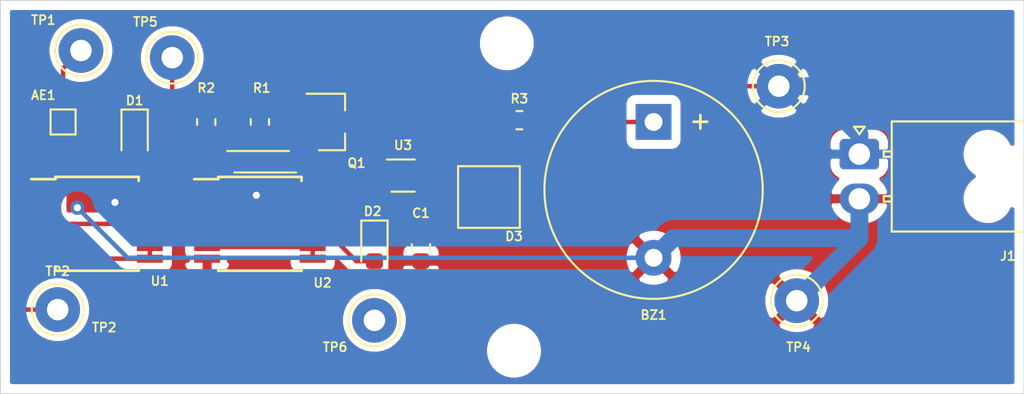
<source format=kicad_pcb>
(kicad_pcb (version 20171130) (host pcbnew 5.1.5+dfsg1-2build2)

  (general
    (thickness 1.6)
    (drawings 4)
    (tracks 152)
    (zones 0)
    (modules 25)
    (nets 14)
  )

  (page A4)
  (layers
    (0 F.Cu signal hide)
    (31 B.Cu signal hide)
    (32 B.Adhes user)
    (33 F.Adhes user)
    (34 B.Paste user)
    (35 F.Paste user)
    (36 B.SilkS user)
    (37 F.SilkS user)
    (38 B.Mask user)
    (39 F.Mask user)
    (40 Dwgs.User user)
    (41 Cmts.User user)
    (42 Eco1.User user)
    (43 Eco2.User user)
    (44 Edge.Cuts user)
    (45 Margin user)
    (46 B.CrtYd user)
    (47 F.CrtYd user)
    (48 B.Fab user)
    (49 F.Fab user hide)
  )

  (setup
    (last_trace_width 0.25)
    (user_trace_width 0.2)
    (user_trace_width 0.25)
    (user_trace_width 0.3)
    (user_trace_width 0.4)
    (user_trace_width 0.5)
    (user_trace_width 0.6)
    (user_trace_width 0.7)
    (user_trace_width 0.75)
    (user_trace_width 0.8)
    (user_trace_width 0.9)
    (user_trace_width 1)
    (trace_clearance 0.2)
    (zone_clearance 0.508)
    (zone_45_only no)
    (trace_min 0.2)
    (via_size 0.8)
    (via_drill 0.4)
    (via_min_size 0.4)
    (via_min_drill 0.3)
    (uvia_size 0.3)
    (uvia_drill 0.1)
    (uvias_allowed no)
    (uvia_min_size 0.2)
    (uvia_min_drill 0.1)
    (edge_width 0.05)
    (segment_width 0.2)
    (pcb_text_width 0.3)
    (pcb_text_size 1.5 1.5)
    (mod_edge_width 0.12)
    (mod_text_size 1 1)
    (mod_text_width 0.15)
    (pad_size 1.524 1.524)
    (pad_drill 0.762)
    (pad_to_mask_clearance 0.051)
    (solder_mask_min_width 0.25)
    (aux_axis_origin 0 0)
    (visible_elements FFFFFF7F)
    (pcbplotparams
      (layerselection 0x010fc_ffffffff)
      (usegerberextensions false)
      (usegerberattributes false)
      (usegerberadvancedattributes false)
      (creategerberjobfile false)
      (excludeedgelayer true)
      (linewidth 0.100000)
      (plotframeref false)
      (viasonmask false)
      (mode 1)
      (useauxorigin false)
      (hpglpennumber 1)
      (hpglpenspeed 20)
      (hpglpendiameter 15.000000)
      (psnegative false)
      (psa4output false)
      (plotreference true)
      (plotvalue true)
      (plotinvisibletext false)
      (padsonsilk false)
      (subtractmaskfromsilk false)
      (outputformat 1)
      (mirror false)
      (drillshape 1)
      (scaleselection 1)
      (outputdirectory ""))
  )

  (net 0 "")
  (net 1 "Net-(AE1-Pad1)")
  (net 2 GND)
  (net 3 "Net-(BZ1-Pad1)")
  (net 4 "Net-(C1-Pad1)")
  (net 5 "Net-(D2-Pad2)")
  (net 6 "Net-(D3-Pad2)")
  (net 7 "Net-(Q1-Pad3)")
  (net 8 "Net-(Q1-Pad2)")
  (net 9 VCC)
  (net 10 "Net-(TP2-Pad1)")
  (net 11 "Net-(TP5-Pad1)")
  (net 12 "Net-(U2-Pad12)")
  (net 13 "Net-(U3-Pad1)")

  (net_class Default "This is the default net class."
    (clearance 0.2)
    (trace_width 0.25)
    (via_dia 0.8)
    (via_drill 0.4)
    (uvia_dia 0.3)
    (uvia_drill 0.1)
    (add_net GND)
    (add_net "Net-(AE1-Pad1)")
    (add_net "Net-(BZ1-Pad1)")
    (add_net "Net-(C1-Pad1)")
    (add_net "Net-(D2-Pad2)")
    (add_net "Net-(D3-Pad2)")
    (add_net "Net-(Q1-Pad2)")
    (add_net "Net-(Q1-Pad3)")
    (add_net "Net-(TP2-Pad1)")
    (add_net "Net-(TP5-Pad1)")
    (add_net "Net-(U2-Pad12)")
    (add_net "Net-(U3-Pad1)")
    (add_net VCC)
  )

  (module "" (layer F.Cu) (tedit 0) (tstamp 0)
    (at 163.3 90.6)
    (fp_text reference "" (at 133 100.5) (layer F.SilkS)
      (effects (font (size 1.27 1.27) (thickness 0.15)))
    )
    (fp_text value "" (at 133 100.5) (layer F.SilkS)
      (effects (font (size 1.27 1.27) (thickness 0.15)))
    )
  )

  (module "" (layer F.Cu) (tedit 0) (tstamp 0)
    (at 113.3 164.4)
    (fp_text reference "" (at 0 0) (layer F.SilkS)
      (effects (font (size 0.5 0.5) (thickness 0.1)))
    )
    (fp_text value "" (at 0 0) (layer F.SilkS)
      (effects (font (size 1.27 1.27) (thickness 0.15)))
    )
    (fp_line (start -0.125 -3.575) (end 3.325 -3.575) (layer F.SilkS) (width 0.12))
  )

  (module "" (layer F.Cu) (tedit 0) (tstamp 0)
    (at 113.7 165.6)
    (fp_text reference "" (at 0 0) (layer F.SilkS)
      (effects (font (size 0.5 0.5) (thickness 0.1)))
    )
    (fp_text value "" (at 0 0) (layer F.SilkS)
      (effects (font (size 1.27 1.27) (thickness 0.15)))
    )
    (fp_line (start -0.125 -3.575) (end 3.325 -3.575) (layer F.SilkS) (width 0.12))
  )

  (module Package_TO_SOT_SMD:SOT-23 (layer F.Cu) (tedit 5A02FF57) (tstamp 601C0408)
    (at 119 159.2)
    (descr "SOT-23, Standard")
    (tags SOT-23)
    (path /601A686F)
    (attr smd)
    (fp_text reference Q1 (at 1.4 2.3) (layer F.SilkS)
      (effects (font (size 0.5 0.5) (thickness 0.1)))
    )
    (fp_text value 2N3904 (at 0 2.5) (layer F.Fab)
      (effects (font (size 1 1) (thickness 0.15)))
    )
    (fp_line (start 0.76 1.58) (end -0.7 1.58) (layer F.SilkS) (width 0.12))
    (fp_line (start 0.76 -1.58) (end -1.4 -1.58) (layer F.SilkS) (width 0.12))
    (fp_line (start -1.7 1.75) (end -1.7 -1.75) (layer F.CrtYd) (width 0.05))
    (fp_line (start 1.7 1.75) (end -1.7 1.75) (layer F.CrtYd) (width 0.05))
    (fp_line (start 1.7 -1.75) (end 1.7 1.75) (layer F.CrtYd) (width 0.05))
    (fp_line (start -1.7 -1.75) (end 1.7 -1.75) (layer F.CrtYd) (width 0.05))
    (fp_line (start 0.76 -1.58) (end 0.76 -0.65) (layer F.SilkS) (width 0.12))
    (fp_line (start 0.76 1.58) (end 0.76 0.65) (layer F.SilkS) (width 0.12))
    (fp_line (start -0.7 1.52) (end 0.7 1.52) (layer F.Fab) (width 0.1))
    (fp_line (start 0.7 -1.52) (end 0.7 1.52) (layer F.Fab) (width 0.1))
    (fp_line (start -0.7 -0.95) (end -0.15 -1.52) (layer F.Fab) (width 0.1))
    (fp_line (start -0.15 -1.52) (end 0.7 -1.52) (layer F.Fab) (width 0.1))
    (fp_line (start -0.7 -0.95) (end -0.7 1.5) (layer F.Fab) (width 0.1))
    (pad 3 smd rect (at 1 0) (size 0.9 0.8) (layers F.Cu F.Paste F.Mask)
      (net 7 "Net-(Q1-Pad3)"))
    (pad 2 smd rect (at -1 0.95) (size 0.9 0.8) (layers F.Cu F.Paste F.Mask)
      (net 8 "Net-(Q1-Pad2)"))
    (pad 1 smd rect (at -1 -0.95) (size 0.9 0.8) (layers F.Cu F.Paste F.Mask)
      (net 2 GND))
    (model ${KISYS3DMOD}/Package_TO_SOT_SMD.3dshapes/SOT-23.wrl
      (at (xyz 0 0 0))
      (scale (xyz 1 1 1))
      (rotate (xyz 0 0 0))
    )
  )

  (module Connector_Molex:Molex_Nano-Fit_105313-xx02_1x02_P2.50mm_Horizontal (layer F.Cu) (tedit 5B782416) (tstamp 601C2B47)
    (at 148.5 161)
    (descr "Molex Nano-Fit Power Connectors, 105313-xx02, 2 Pins per row (http://www.molex.com/pdm_docs/sd/1053131208_sd.pdf), generated with kicad-footprint-generator")
    (tags "connector Molex Nano-Fit top entry")
    (path /60256AA2)
    (fp_text reference J1 (at 8.3 5.7) (layer F.SilkS)
      (effects (font (size 0.5 0.5) (thickness 0.1)))
    )
    (fp_text value Conn_01x02 (at 6.15 5.42) (layer F.Fab)
      (effects (font (size 1 1) (thickness 0.15)))
    )
    (fp_line (start 10.88 -2.22) (end -1.6 -2.22) (layer F.CrtYd) (width 0.05))
    (fp_line (start 10.88 4.72) (end 10.88 -2.22) (layer F.CrtYd) (width 0.05))
    (fp_line (start -1.6 4.72) (end 10.88 4.72) (layer F.CrtYd) (width 0.05))
    (fp_line (start -1.6 -2.22) (end -1.6 4.72) (layer F.CrtYd) (width 0.05))
    (fp_line (start -0.3 -1.534264) (end 0 -1.11) (layer F.Fab) (width 0.1))
    (fp_line (start 0.3 -1.534264) (end -0.3 -1.534264) (layer F.Fab) (width 0.1))
    (fp_line (start 0 -1.11) (end 0.3 -1.534264) (layer F.Fab) (width 0.1))
    (fp_line (start -0.3 -1.534264) (end 0 -1.11) (layer F.SilkS) (width 0.12))
    (fp_line (start 0.3 -1.534264) (end -0.3 -1.534264) (layer F.SilkS) (width 0.12))
    (fp_line (start 0 -1.11) (end 0.3 -1.534264) (layer F.SilkS) (width 0.12))
    (fp_line (start 1.36 2.65) (end 1.81 2.65) (layer F.SilkS) (width 0.12))
    (fp_line (start 1.36 2.35) (end 1.36 2.65) (layer F.SilkS) (width 0.12))
    (fp_line (start 1.81 2.35) (end 1.36 2.35) (layer F.SilkS) (width 0.12))
    (fp_line (start 1.81 2.65) (end 1.81 2.35) (layer F.SilkS) (width 0.12))
    (fp_line (start 1.36 0.15) (end 1.81 0.15) (layer F.SilkS) (width 0.12))
    (fp_line (start 1.36 -0.15) (end 1.36 0.15) (layer F.SilkS) (width 0.12))
    (fp_line (start 1.81 -0.15) (end 1.36 -0.15) (layer F.SilkS) (width 0.12))
    (fp_line (start 1.81 0.15) (end 1.81 -0.15) (layer F.SilkS) (width 0.12))
    (fp_line (start 10.49 -1.83) (end 1.81 -1.83) (layer F.SilkS) (width 0.12))
    (fp_line (start 10.49 4.33) (end 10.49 -1.83) (layer F.SilkS) (width 0.12))
    (fp_line (start 1.81 4.33) (end 10.49 4.33) (layer F.SilkS) (width 0.12))
    (fp_line (start 1.81 -1.83) (end 1.81 4.33) (layer F.SilkS) (width 0.12))
    (fp_line (start 10.38 -1.72) (end 1.92 -1.72) (layer F.Fab) (width 0.1))
    (fp_line (start 10.38 4.22) (end 10.38 -1.72) (layer F.Fab) (width 0.1))
    (fp_line (start 1.92 4.22) (end 10.38 4.22) (layer F.Fab) (width 0.1))
    (fp_line (start 1.92 -1.72) (end 1.92 4.22) (layer F.Fab) (width 0.1))
    (pad "" np_thru_hole circle (at 7.18 2.5) (size 1.7 1.7) (drill 1.7) (layers *.Cu *.Mask))
    (pad "" np_thru_hole circle (at 7.18 0) (size 1.7 1.7) (drill 1.7) (layers *.Cu *.Mask))
    (pad 2 thru_hole oval (at 0 2.5) (size 2.2 1.7) (drill 1.2) (layers *.Cu *.Mask)
      (net 2 GND))
    (pad 1 thru_hole roundrect (at 0 0) (size 2.2 1.7) (drill 1.2) (layers *.Cu *.Mask) (roundrect_rratio 0.147059)
      (net 9 VCC))
    (model ${KISYS3DMOD}/Connector_Molex.3dshapes/Molex_Nano-Fit_105313-xx02_1x02_P2.50mm_Horizontal.wrl
      (at (xyz 0 0 0))
      (scale (xyz 1 1 1))
      (rotate (xyz 0 0 0))
    )
  )

  (module TestPoint:TestPoint_Pad_1.0x1.0mm (layer F.Cu) (tedit 5A0F774F) (tstamp 601C037F)
    (at 104 159.2)
    (descr "SMD rectangular pad as test Point, square 1.0mm side length")
    (tags "test point SMD pad rectangle square")
    (path /601897B5)
    (attr virtual)
    (fp_text reference AE1 (at -1.1 -1.5) (layer F.SilkS)
      (effects (font (size 0.5 0.5) (thickness 0.1)))
    )
    (fp_text value Antenna (at 0 1.55) (layer F.Fab) hide
      (effects (font (size 1 1) (thickness 0.15)))
    )
    (fp_line (start 1 1) (end -1 1) (layer F.CrtYd) (width 0.05))
    (fp_line (start 1 1) (end 1 -1) (layer F.CrtYd) (width 0.05))
    (fp_line (start -1 -1) (end -1 1) (layer F.CrtYd) (width 0.05))
    (fp_line (start -1 -1) (end 1 -1) (layer F.CrtYd) (width 0.05))
    (fp_line (start -0.7 0.7) (end -0.7 -0.7) (layer F.SilkS) (width 0.12))
    (fp_line (start 0.7 0.7) (end -0.7 0.7) (layer F.SilkS) (width 0.12))
    (fp_line (start 0.7 -0.7) (end 0.7 0.7) (layer F.SilkS) (width 0.12))
    (fp_line (start -0.7 -0.7) (end 0.7 -0.7) (layer F.SilkS) (width 0.12))
    (pad 1 smd rect (at 0 0) (size 1 1) (layers F.Cu F.Mask)
      (net 1 "Net-(AE1-Pad1)"))
  )

  (module Diode_SMD:D_0603_1608Metric (layer F.Cu) (tedit 5B301BBE) (tstamp 601C03DB)
    (at 121.4 166.2 270)
    (descr "Diode SMD 0603 (1608 Metric), square (rectangular) end terminal, IPC_7351 nominal, (Body size source: http://www.tortai-tech.com/upload/download/2011102023233369053.pdf), generated with kicad-footprint-generator")
    (tags diode)
    (path /6019CD5D)
    (attr smd)
    (fp_text reference D2 (at -2 0.1 180) (layer F.SilkS)
      (effects (font (size 0.5 0.5) (thickness 0.1)))
    )
    (fp_text value 1N4148 (at 0 1.43 90) (layer F.Fab)
      (effects (font (size 1 1) (thickness 0.15)))
    )
    (fp_line (start 1.48 0.73) (end -1.48 0.73) (layer F.CrtYd) (width 0.05))
    (fp_line (start 1.48 -0.73) (end 1.48 0.73) (layer F.CrtYd) (width 0.05))
    (fp_line (start -1.48 -0.73) (end 1.48 -0.73) (layer F.CrtYd) (width 0.05))
    (fp_line (start -1.48 0.73) (end -1.48 -0.73) (layer F.CrtYd) (width 0.05))
    (fp_line (start -1.485 0.735) (end 0.8 0.735) (layer F.SilkS) (width 0.12))
    (fp_line (start -1.485 -0.735) (end -1.485 0.735) (layer F.SilkS) (width 0.12))
    (fp_line (start 0.8 -0.735) (end -1.485 -0.735) (layer F.SilkS) (width 0.12))
    (fp_line (start 0.8 0.4) (end 0.8 -0.4) (layer F.Fab) (width 0.1))
    (fp_line (start -0.8 0.4) (end 0.8 0.4) (layer F.Fab) (width 0.1))
    (fp_line (start -0.8 -0.1) (end -0.8 0.4) (layer F.Fab) (width 0.1))
    (fp_line (start -0.5 -0.4) (end -0.8 -0.1) (layer F.Fab) (width 0.1))
    (fp_line (start 0.8 -0.4) (end -0.5 -0.4) (layer F.Fab) (width 0.1))
    (pad 2 smd roundrect (at 0.7875 0 270) (size 0.875 0.95) (layers F.Cu F.Paste F.Mask) (roundrect_rratio 0.25)
      (net 5 "Net-(D2-Pad2)"))
    (pad 1 smd roundrect (at -0.7875 0 270) (size 0.875 0.95) (layers F.Cu F.Paste F.Mask) (roundrect_rratio 0.25)
      (net 4 "Net-(C1-Pad1)"))
    (model ${KISYS3DMOD}/Diode_SMD.3dshapes/D_0603_1608Metric.wrl
      (at (xyz 0 0 0))
      (scale (xyz 1 1 1))
      (rotate (xyz 0 0 0))
    )
  )

  (module Diode_SMD:D_0603_1608Metric (layer F.Cu) (tedit 5B301BBE) (tstamp 601C083A)
    (at 108 159.9875 270)
    (descr "Diode SMD 0603 (1608 Metric), square (rectangular) end terminal, IPC_7351 nominal, (Body size source: http://www.tortai-tech.com/upload/download/2011102023233369053.pdf), generated with kicad-footprint-generator")
    (tags diode)
    (path /6018FD97)
    (attr smd)
    (fp_text reference D1 (at -1.9875 0 180) (layer F.SilkS)
      (effects (font (size 0.5 0.5) (thickness 0.1)))
    )
    (fp_text value 1N4148 (at 0 1.43 90) (layer F.Fab)
      (effects (font (size 1 1) (thickness 0.15)))
    )
    (fp_line (start 1.48 0.73) (end -1.48 0.73) (layer F.CrtYd) (width 0.05))
    (fp_line (start 1.48 -0.73) (end 1.48 0.73) (layer F.CrtYd) (width 0.05))
    (fp_line (start -1.48 -0.73) (end 1.48 -0.73) (layer F.CrtYd) (width 0.05))
    (fp_line (start -1.48 0.73) (end -1.48 -0.73) (layer F.CrtYd) (width 0.05))
    (fp_line (start -1.485 0.735) (end 0.8 0.735) (layer F.SilkS) (width 0.12))
    (fp_line (start -1.485 -0.735) (end -1.485 0.735) (layer F.SilkS) (width 0.12))
    (fp_line (start 0.8 -0.735) (end -1.485 -0.735) (layer F.SilkS) (width 0.12))
    (fp_line (start 0.8 0.4) (end 0.8 -0.4) (layer F.Fab) (width 0.1))
    (fp_line (start -0.8 0.4) (end 0.8 0.4) (layer F.Fab) (width 0.1))
    (fp_line (start -0.8 -0.1) (end -0.8 0.4) (layer F.Fab) (width 0.1))
    (fp_line (start -0.5 -0.4) (end -0.8 -0.1) (layer F.Fab) (width 0.1))
    (fp_line (start 0.8 -0.4) (end -0.5 -0.4) (layer F.Fab) (width 0.1))
    (pad 2 smd roundrect (at 0.7875 0 270) (size 0.875 0.95) (layers F.Cu F.Paste F.Mask) (roundrect_rratio 0.25)
      (net 2 GND))
    (pad 1 smd roundrect (at -0.7875 0 270) (size 0.875 0.95) (layers F.Cu F.Paste F.Mask) (roundrect_rratio 0.25)
      (net 1 "Net-(AE1-Pad1)"))
    (model ${KISYS3DMOD}/Diode_SMD.3dshapes/D_0603_1608Metric.wrl
      (at (xyz 0 0 0))
      (scale (xyz 1 1 1))
      (rotate (xyz 0 0 0))
    )
  )

  (module Package_TO_SOT_SMD:SOT-553 (layer F.Cu) (tedit 5A02FF57) (tstamp 601C04C6)
    (at 123 162.2)
    (descr SOT553)
    (tags SOT-553)
    (path /602038BE)
    (attr smd)
    (fp_text reference U3 (at 0 -1.7) (layer F.SilkS)
      (effects (font (size 0.5 0.5) (thickness 0.1)))
    )
    (fp_text value 74LVC (at 0 1.75) (layer F.Fab)
      (effects (font (size 1 1) (thickness 0.15)))
    )
    (fp_line (start 1.18 1.1) (end -1.18 1.1) (layer F.CrtYd) (width 0.05))
    (fp_line (start 1.18 1.1) (end 1.18 -1.1) (layer F.CrtYd) (width 0.05))
    (fp_line (start -1.18 -1.1) (end -1.18 1.1) (layer F.CrtYd) (width 0.05))
    (fp_line (start -1.18 -1.1) (end 1.18 -1.1) (layer F.CrtYd) (width 0.05))
    (fp_line (start 0.65 -0.85) (end -0.3 -0.85) (layer F.Fab) (width 0.1))
    (fp_line (start 0.65 0.85) (end 0.65 -0.85) (layer F.Fab) (width 0.1))
    (fp_line (start -0.65 0.85) (end 0.65 0.85) (layer F.Fab) (width 0.1))
    (fp_line (start -0.65 -0.5) (end -0.65 0.85) (layer F.Fab) (width 0.1))
    (fp_line (start -0.9 -0.9) (end 0.65 -0.9) (layer F.SilkS) (width 0.12))
    (fp_line (start 0.65 0.9) (end -0.65 0.9) (layer F.SilkS) (width 0.12))
    (fp_line (start -0.65 -0.5) (end -0.3 -0.85) (layer F.Fab) (width 0.1))
    (pad 4 smd rect (at 0.7 0.5) (size 0.45 0.3) (layers F.Cu F.Paste F.Mask)
      (net 3 "Net-(BZ1-Pad1)"))
    (pad 2 smd rect (at -0.7 0) (size 0.45 0.3) (layers F.Cu F.Paste F.Mask)
      (net 7 "Net-(Q1-Pad3)"))
    (pad 5 smd rect (at 0.7 -0.5) (size 0.45 0.3) (layers F.Cu F.Paste F.Mask)
      (net 9 VCC))
    (pad 3 smd rect (at -0.7 0.5) (size 0.45 0.3) (layers F.Cu F.Paste F.Mask)
      (net 2 GND))
    (pad 1 smd rect (at -0.7 -0.5) (size 0.45 0.3) (layers F.Cu F.Paste F.Mask)
      (net 13 "Net-(U3-Pad1)"))
    (model ${KISYS3DMOD}/Package_TO_SOT_SMD.3dshapes/SOT-553.wrl
      (at (xyz 0 0 0))
      (scale (xyz 1 1 1))
      (rotate (xyz 0 0 0))
    )
  )

  (module Package_SO:TSSOP-14_4.4x5mm_P0.65mm (layer F.Cu) (tedit 5A02F25C) (tstamp 601C04B1)
    (at 115 164.9)
    (descr "14-Lead Plastic Thin Shrink Small Outline (ST)-4.4 mm Body [TSSOP] (see Microchip Packaging Specification 00000049BS.pdf)")
    (tags "SSOP 0.65")
    (path /60188B16)
    (attr smd)
    (fp_text reference U2 (at 3.5 3.3) (layer F.SilkS)
      (effects (font (size 0.5 0.5) (thickness 0.1)))
    )
    (fp_text value 4011 (at 0 3.55) (layer F.Fab)
      (effects (font (size 1 1) (thickness 0.15)))
    )
    (fp_line (start -2.325 -2.5) (end -3.675 -2.5) (layer F.SilkS) (width 0.15))
    (fp_line (start -2.325 2.625) (end 2.325 2.625) (layer F.SilkS) (width 0.15))
    (fp_line (start -2.325 -2.625) (end 2.325 -2.625) (layer F.SilkS) (width 0.15))
    (fp_line (start -2.325 2.625) (end -2.325 2.4) (layer F.SilkS) (width 0.15))
    (fp_line (start 2.325 2.625) (end 2.325 2.4) (layer F.SilkS) (width 0.15))
    (fp_line (start 2.325 -2.625) (end 2.325 -2.4) (layer F.SilkS) (width 0.15))
    (fp_line (start -2.325 -2.625) (end -2.325 -2.5) (layer F.SilkS) (width 0.15))
    (fp_line (start -3.95 2.8) (end 3.95 2.8) (layer F.CrtYd) (width 0.05))
    (fp_line (start -3.95 -2.8) (end 3.95 -2.8) (layer F.CrtYd) (width 0.05))
    (fp_line (start 3.95 -2.8) (end 3.95 2.8) (layer F.CrtYd) (width 0.05))
    (fp_line (start -3.95 -2.8) (end -3.95 2.8) (layer F.CrtYd) (width 0.05))
    (fp_line (start -2.2 -1.5) (end -1.2 -2.5) (layer F.Fab) (width 0.15))
    (fp_line (start -2.2 2.5) (end -2.2 -1.5) (layer F.Fab) (width 0.15))
    (fp_line (start 2.2 2.5) (end -2.2 2.5) (layer F.Fab) (width 0.15))
    (fp_line (start 2.2 -2.5) (end 2.2 2.5) (layer F.Fab) (width 0.15))
    (fp_line (start -1.2 -2.5) (end 2.2 -2.5) (layer F.Fab) (width 0.15))
    (pad 14 smd rect (at 2.95 -1.95) (size 1.45 0.45) (layers F.Cu F.Paste F.Mask)
      (net 9 VCC))
    (pad 13 smd rect (at 2.95 -1.3) (size 1.45 0.45) (layers F.Cu F.Paste F.Mask)
      (net 12 "Net-(U2-Pad12)"))
    (pad 12 smd rect (at 2.95 -0.65) (size 1.45 0.45) (layers F.Cu F.Paste F.Mask)
      (net 12 "Net-(U2-Pad12)"))
    (pad 11 smd rect (at 2.95 0) (size 1.45 0.45) (layers F.Cu F.Paste F.Mask)
      (net 5 "Net-(D2-Pad2)"))
    (pad 10 smd rect (at 2.95 0.65) (size 1.45 0.45) (layers F.Cu F.Paste F.Mask)
      (net 5 "Net-(D2-Pad2)"))
    (pad 9 smd rect (at 2.95 1.3) (size 1.45 0.45) (layers F.Cu F.Paste F.Mask)
      (net 12 "Net-(U2-Pad12)"))
    (pad 8 smd rect (at 2.95 1.95) (size 1.45 0.45) (layers F.Cu F.Paste F.Mask)
      (net 12 "Net-(U2-Pad12)"))
    (pad 7 smd rect (at -2.95 1.95) (size 1.45 0.45) (layers F.Cu F.Paste F.Mask)
      (net 2 GND))
    (pad 6 smd rect (at -2.95 1.3) (size 1.45 0.45) (layers F.Cu F.Paste F.Mask)
      (net 12 "Net-(U2-Pad12)"))
    (pad 5 smd rect (at -2.95 0.65) (size 1.45 0.45) (layers F.Cu F.Paste F.Mask)
      (net 12 "Net-(U2-Pad12)"))
    (pad 4 smd rect (at -2.95 0) (size 1.45 0.45) (layers F.Cu F.Paste F.Mask)
      (net 5 "Net-(D2-Pad2)"))
    (pad 3 smd rect (at -2.95 -0.65) (size 1.45 0.45) (layers F.Cu F.Paste F.Mask)
      (net 12 "Net-(U2-Pad12)"))
    (pad 2 smd rect (at -2.95 -1.3) (size 1.45 0.45) (layers F.Cu F.Paste F.Mask)
      (net 11 "Net-(TP5-Pad1)"))
    (pad 1 smd rect (at -2.95 -1.95) (size 1.45 0.45) (layers F.Cu F.Paste F.Mask)
      (net 11 "Net-(TP5-Pad1)"))
    (model ${KISYS3DMOD}/Package_SO.3dshapes/TSSOP-14_4.4x5mm_P0.65mm.wrl
      (at (xyz 0 0 0))
      (scale (xyz 1 1 1))
      (rotate (xyz 0 0 0))
    )
  )

  (module Package_SO:TSSOP-14_4.4x5mm_P0.65mm (layer F.Cu) (tedit 5A02F25C) (tstamp 601C048E)
    (at 105.9 164.9)
    (descr "14-Lead Plastic Thin Shrink Small Outline (ST)-4.4 mm Body [TSSOP] (see Microchip Packaging Specification 00000049BS.pdf)")
    (tags "SSOP 0.65")
    (path /600DB266)
    (attr smd)
    (fp_text reference U1 (at 3.5 3.2) (layer F.SilkS)
      (effects (font (size 0.5 0.5) (thickness 0.1)))
    )
    (fp_text value 4011 (at 0 3.55) (layer F.Fab)
      (effects (font (size 1 1) (thickness 0.15)))
    )
    (fp_line (start -2.325 -2.5) (end -3.675 -2.5) (layer F.SilkS) (width 0.15))
    (fp_line (start -2.325 2.625) (end 2.325 2.625) (layer F.SilkS) (width 0.15))
    (fp_line (start -2.325 -2.625) (end 2.325 -2.625) (layer F.SilkS) (width 0.15))
    (fp_line (start -2.325 2.625) (end -2.325 2.4) (layer F.SilkS) (width 0.15))
    (fp_line (start 2.325 2.625) (end 2.325 2.4) (layer F.SilkS) (width 0.15))
    (fp_line (start 2.325 -2.625) (end 2.325 -2.4) (layer F.SilkS) (width 0.15))
    (fp_line (start -2.325 -2.625) (end -2.325 -2.5) (layer F.SilkS) (width 0.15))
    (fp_line (start -3.95 2.8) (end 3.95 2.8) (layer F.CrtYd) (width 0.05))
    (fp_line (start -3.95 -2.8) (end 3.95 -2.8) (layer F.CrtYd) (width 0.05))
    (fp_line (start 3.95 -2.8) (end 3.95 2.8) (layer F.CrtYd) (width 0.05))
    (fp_line (start -3.95 -2.8) (end -3.95 2.8) (layer F.CrtYd) (width 0.05))
    (fp_line (start -2.2 -1.5) (end -1.2 -2.5) (layer F.Fab) (width 0.15))
    (fp_line (start -2.2 2.5) (end -2.2 -1.5) (layer F.Fab) (width 0.15))
    (fp_line (start 2.2 2.5) (end -2.2 2.5) (layer F.Fab) (width 0.15))
    (fp_line (start 2.2 -2.5) (end 2.2 2.5) (layer F.Fab) (width 0.15))
    (fp_line (start -1.2 -2.5) (end 2.2 -2.5) (layer F.Fab) (width 0.15))
    (pad 14 smd rect (at 2.95 -1.95) (size 1.45 0.45) (layers F.Cu F.Paste F.Mask)
      (net 9 VCC))
    (pad 13 smd rect (at 2.95 -1.3) (size 1.45 0.45) (layers F.Cu F.Paste F.Mask)
      (net 10 "Net-(TP2-Pad1)"))
    (pad 12 smd rect (at 2.95 -0.65) (size 1.45 0.45) (layers F.Cu F.Paste F.Mask)
      (net 10 "Net-(TP2-Pad1)"))
    (pad 11 smd rect (at 2.95 0) (size 1.45 0.45) (layers F.Cu F.Paste F.Mask)
      (net 11 "Net-(TP5-Pad1)"))
    (pad 10 smd rect (at 2.95 0.65) (size 1.45 0.45) (layers F.Cu F.Paste F.Mask)
      (net 11 "Net-(TP5-Pad1)"))
    (pad 9 smd rect (at 2.95 1.3) (size 1.45 0.45) (layers F.Cu F.Paste F.Mask)
      (net 10 "Net-(TP2-Pad1)"))
    (pad 8 smd rect (at 2.95 1.95) (size 1.45 0.45) (layers F.Cu F.Paste F.Mask)
      (net 10 "Net-(TP2-Pad1)"))
    (pad 7 smd rect (at -2.95 1.95) (size 1.45 0.45) (layers F.Cu F.Paste F.Mask)
      (net 2 GND))
    (pad 6 smd rect (at -2.95 1.3) (size 1.45 0.45) (layers F.Cu F.Paste F.Mask)
      (net 10 "Net-(TP2-Pad1)"))
    (pad 5 smd rect (at -2.95 0.65) (size 1.45 0.45) (layers F.Cu F.Paste F.Mask)
      (net 10 "Net-(TP2-Pad1)"))
    (pad 4 smd rect (at -2.95 0) (size 1.45 0.45) (layers F.Cu F.Paste F.Mask)
      (net 11 "Net-(TP5-Pad1)"))
    (pad 3 smd rect (at -2.95 -0.65) (size 1.45 0.45) (layers F.Cu F.Paste F.Mask)
      (net 10 "Net-(TP2-Pad1)"))
    (pad 2 smd rect (at -2.95 -1.3) (size 1.45 0.45) (layers F.Cu F.Paste F.Mask)
      (net 1 "Net-(AE1-Pad1)"))
    (pad 1 smd rect (at -2.95 -1.95) (size 1.45 0.45) (layers F.Cu F.Paste F.Mask)
      (net 1 "Net-(AE1-Pad1)"))
    (model ${KISYS3DMOD}/Package_SO.3dshapes/TSSOP-14_4.4x5mm_P0.65mm.wrl
      (at (xyz 0 0 0))
      (scale (xyz 1 1 1))
      (rotate (xyz 0 0 0))
    )
  )

  (module TestPoint:TestPoint_THTPad_D2.5mm_Drill1.2mm (layer F.Cu) (tedit 5A0F774F) (tstamp 601C046B)
    (at 121.4 170.3)
    (descr "THT pad as test Point, diameter 2.5mm, hole diameter 1.2mm ")
    (tags "test point THT pad")
    (path /60308EF8)
    (attr virtual)
    (fp_text reference TP6 (at -2.2 1.5) (layer F.SilkS)
      (effects (font (size 0.5 0.5) (thickness 0.1)))
    )
    (fp_text value TestPoint (at 0 2.25) (layer F.Fab)
      (effects (font (size 1 1) (thickness 0.15)))
    )
    (fp_circle (center 0 0) (end 0 1.45) (layer F.SilkS) (width 0.12))
    (fp_circle (center 0 0) (end 1.75 0) (layer F.CrtYd) (width 0.05))
    (pad 1 thru_hole circle (at 0 0) (size 2.5 2.5) (drill 1.2) (layers *.Cu *.Mask)
      (net 5 "Net-(D2-Pad2)"))
  )

  (module TestPoint:TestPoint_THTPad_D2.5mm_Drill1.2mm (layer F.Cu) (tedit 5A0F774F) (tstamp 601C0463)
    (at 110.1 155.6)
    (descr "THT pad as test Point, diameter 2.5mm, hole diameter 1.2mm ")
    (tags "test point THT pad")
    (path /60302B2F)
    (attr virtual)
    (fp_text reference TP5 (at -1.5 -2) (layer F.SilkS)
      (effects (font (size 0.5 0.5) (thickness 0.1)))
    )
    (fp_text value TestPoint (at 0 2.25) (layer F.Fab)
      (effects (font (size 1 1) (thickness 0.15)))
    )
    (fp_circle (center 0 0) (end 0 1.45) (layer F.SilkS) (width 0.12))
    (fp_circle (center 0 0) (end 1.75 0) (layer F.CrtYd) (width 0.05))
    (pad 1 thru_hole circle (at 0 0) (size 2.5 2.5) (drill 1.2) (layers *.Cu *.Mask)
      (net 11 "Net-(TP5-Pad1)"))
  )

  (module TestPoint:TestPoint_THTPad_D2.5mm_Drill1.2mm (layer F.Cu) (tedit 5A0F774F) (tstamp 601C045B)
    (at 145 169.2)
    (descr "THT pad as test Point, diameter 2.5mm, hole diameter 1.2mm ")
    (tags "test point THT pad")
    (path /60327FFD)
    (attr virtual)
    (fp_text reference TP4 (at 0.1 2.6) (layer F.SilkS)
      (effects (font (size 0.5 0.5) (thickness 0.1)))
    )
    (fp_text value TestPoint (at 0 2.25) (layer F.Fab)
      (effects (font (size 1 1) (thickness 0.15)))
    )
    (fp_circle (center 0 0) (end 1.75 0) (layer F.CrtYd) (width 0.05))
    (fp_circle (center 0 0) (end 0 1.45) (layer F.SilkS) (width 0.12))
    (pad 1 thru_hole circle (at 0 0) (size 2.5 2.5) (drill 1.2) (layers *.Cu *.Mask)
      (net 2 GND))
  )

  (module TestPoint:TestPoint_THTPad_D2.5mm_Drill1.2mm (layer F.Cu) (tedit 5A0F774F) (tstamp 601C0453)
    (at 144 157.2)
    (descr "THT pad as test Point, diameter 2.5mm, hole diameter 1.2mm ")
    (tags "test point THT pad")
    (path /60326096)
    (attr virtual)
    (fp_text reference TP3 (at -0.1 -2.5) (layer F.SilkS)
      (effects (font (size 0.5 0.5) (thickness 0.1)))
    )
    (fp_text value TestPoint (at 0 2.25) (layer F.Fab)
      (effects (font (size 1 1) (thickness 0.15)))
    )
    (fp_circle (center 0 0) (end 0 1.45) (layer F.SilkS) (width 0.12))
    (fp_circle (center 0 0) (end 1.75 0) (layer F.CrtYd) (width 0.05))
    (pad 1 thru_hole circle (at 0 0) (size 2.5 2.5) (drill 1.2) (layers *.Cu *.Mask)
      (net 9 VCC))
  )

  (module TestPoint:TestPoint_THTPad_D2.5mm_Drill1.2mm (layer F.Cu) (tedit 5A0F774F) (tstamp 601C044B)
    (at 103.7 169.7)
    (descr "THT pad as test Point, diameter 2.5mm, hole diameter 1.2mm ")
    (tags "test point THT pad")
    (path /602ABF7F)
    (attr virtual)
    (fp_text reference TP2 (at 0 -2.148) (layer F.SilkS)
      (effects (font (size 0.5 0.5) (thickness 0.1)))
    )
    (fp_text value TestPoint (at 0 2.25) (layer F.Fab)
      (effects (font (size 1 1) (thickness 0.15)))
    )
    (fp_circle (center 0 0) (end 0 1.45) (layer F.SilkS) (width 0.12))
    (fp_circle (center 0 0) (end 1.75 0) (layer F.CrtYd) (width 0.05))
    (fp_text user %R (at 2.6 1) (layer F.SilkS)
      (effects (font (size 0.5 0.5) (thickness 0.1)))
    )
    (pad 1 thru_hole circle (at 0 0) (size 2.5 2.5) (drill 1.2) (layers *.Cu *.Mask)
      (net 10 "Net-(TP2-Pad1)"))
  )

  (module TestPoint:TestPoint_THTPad_D2.5mm_Drill1.2mm (layer F.Cu) (tedit 5A0F774F) (tstamp 601C0443)
    (at 105 155.2)
    (descr "THT pad as test Point, diameter 2.5mm, hole diameter 1.2mm ")
    (tags "test point THT pad")
    (path /60238367)
    (attr virtual)
    (fp_text reference TP1 (at -2.1 -1.7) (layer F.SilkS)
      (effects (font (size 0.5 0.5) (thickness 0.1)))
    )
    (fp_text value TestPoint (at 0 2.25) (layer F.Fab)
      (effects (font (size 1 1) (thickness 0.15)))
    )
    (fp_circle (center 0 0) (end 0 1.45) (layer F.SilkS) (width 0.12))
    (fp_circle (center 0 0) (end 1.75 0) (layer F.CrtYd) (width 0.05))
    (pad 1 thru_hole circle (at 0 0) (size 2.5 2.5) (drill 1.2) (layers *.Cu *.Mask)
      (net 1 "Net-(AE1-Pad1)"))
  )

  (module Resistor_SMD:R_0603_1608Metric (layer F.Cu) (tedit 5B301BBD) (tstamp 601C043B)
    (at 129.5 159.1 180)
    (descr "Resistor SMD 0603 (1608 Metric), square (rectangular) end terminal, IPC_7351 nominal, (Body size source: http://www.tortai-tech.com/upload/download/2011102023233369053.pdf), generated with kicad-footprint-generator")
    (tags resistor)
    (path /6020B14D)
    (attr smd)
    (fp_text reference R3 (at 0 1.2) (layer F.SilkS)
      (effects (font (size 0.5 0.5) (thickness 0.1)))
    )
    (fp_text value 10 (at 0 1.43) (layer F.Fab)
      (effects (font (size 1 1) (thickness 0.15)))
    )
    (fp_line (start 1.48 0.73) (end -1.48 0.73) (layer F.CrtYd) (width 0.05))
    (fp_line (start 1.48 -0.73) (end 1.48 0.73) (layer F.CrtYd) (width 0.05))
    (fp_line (start -1.48 -0.73) (end 1.48 -0.73) (layer F.CrtYd) (width 0.05))
    (fp_line (start -1.48 0.73) (end -1.48 -0.73) (layer F.CrtYd) (width 0.05))
    (fp_line (start -0.162779 0.51) (end 0.162779 0.51) (layer F.SilkS) (width 0.12))
    (fp_line (start -0.162779 -0.51) (end 0.162779 -0.51) (layer F.SilkS) (width 0.12))
    (fp_line (start 0.8 0.4) (end -0.8 0.4) (layer F.Fab) (width 0.1))
    (fp_line (start 0.8 -0.4) (end 0.8 0.4) (layer F.Fab) (width 0.1))
    (fp_line (start -0.8 -0.4) (end 0.8 -0.4) (layer F.Fab) (width 0.1))
    (fp_line (start -0.8 0.4) (end -0.8 -0.4) (layer F.Fab) (width 0.1))
    (pad 2 smd roundrect (at 0.7875 0 180) (size 0.875 0.95) (layers F.Cu F.Paste F.Mask) (roundrect_rratio 0.25)
      (net 3 "Net-(BZ1-Pad1)"))
    (pad 1 smd roundrect (at -0.7875 0 180) (size 0.875 0.95) (layers F.Cu F.Paste F.Mask) (roundrect_rratio 0.25)
      (net 6 "Net-(D3-Pad2)"))
    (model ${KISYS3DMOD}/Resistor_SMD.3dshapes/R_0603_1608Metric.wrl
      (at (xyz 0 0 0))
      (scale (xyz 1 1 1))
      (rotate (xyz 0 0 0))
    )
  )

  (module Resistor_SMD:R_0603_1608Metric (layer F.Cu) (tedit 5B301BBD) (tstamp 601C042A)
    (at 112 159.2 270)
    (descr "Resistor SMD 0603 (1608 Metric), square (rectangular) end terminal, IPC_7351 nominal, (Body size source: http://www.tortai-tech.com/upload/download/2011102023233369053.pdf), generated with kicad-footprint-generator")
    (tags resistor)
    (path /601A85E0)
    (attr smd)
    (fp_text reference R2 (at -1.9 0 180) (layer F.SilkS)
      (effects (font (size 0.5 0.5) (thickness 0.1)))
    )
    (fp_text value 10k (at 0 1.43 90) (layer F.Fab)
      (effects (font (size 1 1) (thickness 0.15)))
    )
    (fp_line (start 1.48 0.73) (end -1.48 0.73) (layer F.CrtYd) (width 0.05))
    (fp_line (start 1.48 -0.73) (end 1.48 0.73) (layer F.CrtYd) (width 0.05))
    (fp_line (start -1.48 -0.73) (end 1.48 -0.73) (layer F.CrtYd) (width 0.05))
    (fp_line (start -1.48 0.73) (end -1.48 -0.73) (layer F.CrtYd) (width 0.05))
    (fp_line (start -0.162779 0.51) (end 0.162779 0.51) (layer F.SilkS) (width 0.12))
    (fp_line (start -0.162779 -0.51) (end 0.162779 -0.51) (layer F.SilkS) (width 0.12))
    (fp_line (start 0.8 0.4) (end -0.8 0.4) (layer F.Fab) (width 0.1))
    (fp_line (start 0.8 -0.4) (end 0.8 0.4) (layer F.Fab) (width 0.1))
    (fp_line (start -0.8 -0.4) (end 0.8 -0.4) (layer F.Fab) (width 0.1))
    (fp_line (start -0.8 0.4) (end -0.8 -0.4) (layer F.Fab) (width 0.1))
    (pad 2 smd roundrect (at 0.7875 0 270) (size 0.875 0.95) (layers F.Cu F.Paste F.Mask) (roundrect_rratio 0.25)
      (net 7 "Net-(Q1-Pad3)"))
    (pad 1 smd roundrect (at -0.7875 0 270) (size 0.875 0.95) (layers F.Cu F.Paste F.Mask) (roundrect_rratio 0.25)
      (net 9 VCC))
    (model ${KISYS3DMOD}/Resistor_SMD.3dshapes/R_0603_1608Metric.wrl
      (at (xyz 0 0 0))
      (scale (xyz 1 1 1))
      (rotate (xyz 0 0 0))
    )
  )

  (module Resistor_SMD:R_0603_1608Metric (layer F.Cu) (tedit 5B301BBD) (tstamp 601C0419)
    (at 115 159.2 270)
    (descr "Resistor SMD 0603 (1608 Metric), square (rectangular) end terminal, IPC_7351 nominal, (Body size source: http://www.tortai-tech.com/upload/download/2011102023233369053.pdf), generated with kicad-footprint-generator")
    (tags resistor)
    (path /601A0A67)
    (attr smd)
    (fp_text reference R1 (at -1.9 -0.1 180) (layer F.SilkS)
      (effects (font (size 0.5 0.5) (thickness 0.1)))
    )
    (fp_text value 10k (at 0 1.43 90) (layer F.Fab)
      (effects (font (size 1 1) (thickness 0.15)))
    )
    (fp_line (start 1.48 0.73) (end -1.48 0.73) (layer F.CrtYd) (width 0.05))
    (fp_line (start 1.48 -0.73) (end 1.48 0.73) (layer F.CrtYd) (width 0.05))
    (fp_line (start -1.48 -0.73) (end 1.48 -0.73) (layer F.CrtYd) (width 0.05))
    (fp_line (start -1.48 0.73) (end -1.48 -0.73) (layer F.CrtYd) (width 0.05))
    (fp_line (start -0.162779 0.51) (end 0.162779 0.51) (layer F.SilkS) (width 0.12))
    (fp_line (start -0.162779 -0.51) (end 0.162779 -0.51) (layer F.SilkS) (width 0.12))
    (fp_line (start 0.8 0.4) (end -0.8 0.4) (layer F.Fab) (width 0.1))
    (fp_line (start 0.8 -0.4) (end 0.8 0.4) (layer F.Fab) (width 0.1))
    (fp_line (start -0.8 -0.4) (end 0.8 -0.4) (layer F.Fab) (width 0.1))
    (fp_line (start -0.8 0.4) (end -0.8 -0.4) (layer F.Fab) (width 0.1))
    (pad 2 smd roundrect (at 0.7875 0 270) (size 0.875 0.95) (layers F.Cu F.Paste F.Mask) (roundrect_rratio 0.25)
      (net 4 "Net-(C1-Pad1)"))
    (pad 1 smd roundrect (at -0.7875 0 270) (size 0.875 0.95) (layers F.Cu F.Paste F.Mask) (roundrect_rratio 0.25)
      (net 8 "Net-(Q1-Pad2)"))
    (model ${KISYS3DMOD}/Resistor_SMD.3dshapes/R_0603_1608Metric.wrl
      (at (xyz 0 0 0))
      (scale (xyz 1 1 1))
      (rotate (xyz 0 0 0))
    )
  )

  (module MountingHole:MountingHole_2mm (layer F.Cu) (tedit 5B924920) (tstamp 601C03F6)
    (at 128.8 154.8)
    (descr "Mounting Hole 2mm, no annular")
    (tags "mounting hole 2mm no annular")
    (path /601D38C8)
    (attr virtual)
    (fp_text reference H2 (at 0 -3.2) (layer F.SilkS) hide
      (effects (font (size 0.5 0.5) (thickness 0.1)))
    )
    (fp_text value MountingHole (at 0 3.1) (layer F.Fab)
      (effects (font (size 1 1) (thickness 0.15)))
    )
    (fp_circle (center 0 0) (end 2.25 0) (layer F.CrtYd) (width 0.05))
    (fp_circle (center 0 0) (end 2 0) (layer Cmts.User) (width 0.15))
    (pad "" np_thru_hole circle (at 0 0) (size 2 2) (drill 2) (layers *.Cu *.Mask))
  )

  (module MountingHole:MountingHole_2mm (layer F.Cu) (tedit 5B924920) (tstamp 601C03EE)
    (at 129.2 172)
    (descr "Mounting Hole 2mm, no annular")
    (tags "mounting hole 2mm no annular")
    (path /601CF608)
    (attr virtual)
    (fp_text reference H1 (at 0.05 -3.05) (layer F.SilkS) hide
      (effects (font (size 0.5 0.5) (thickness 0.1)))
    )
    (fp_text value MountingHole (at 0 3.1) (layer F.Fab)
      (effects (font (size 1 1) (thickness 0.15)))
    )
    (fp_circle (center 0 0) (end 2.25 0) (layer F.CrtYd) (width 0.05))
    (fp_circle (center 0 0) (end 2 0) (layer Cmts.User) (width 0.15))
    (pad "" np_thru_hole circle (at 0 0) (size 2 2) (drill 2) (layers *.Cu *.Mask))
  )

  (module XPEBPR:XPEBPR (layer F.Cu) (tedit 601BAD32) (tstamp 601C03E6)
    (at 127.8 163.4)
    (path /60211312)
    (fp_text reference D3 (at 1.4 2.2) (layer F.SilkS)
      (effects (font (size 0.5 0.5) (thickness 0.1)))
    )
    (fp_text value XPEBPR-L1 (at 3.45 5.45) (layer F.Fab)
      (effects (font (size 1 1) (thickness 0.15)))
    )
    (fp_line (start -1.725 1.725) (end 1.725 1.725) (layer F.SilkS) (width 0.12))
    (fp_line (start -1.725 1.725) (end -1.725 -1.725) (layer F.SilkS) (width 0.12))
    (fp_line (start 1.725 -1.725) (end 1.725 1.725) (layer F.SilkS) (width 0.12))
    (fp_line (start -1.725 -1.725) (end 1.725 -1.725) (layer F.SilkS) (width 0.12))
    (pad "" smd rect (at 0 0) (size 1.3 3.3) (layers F.Cu F.Paste F.Mask))
    (pad 2 smd rect (at 1.4 0) (size 0.5 3.3) (layers F.Cu F.Paste F.Mask)
      (net 6 "Net-(D3-Pad2)"))
    (pad 1 smd rect (at -1.4 0) (size 0.5 3.3) (layers F.Cu F.Paste F.Mask)
      (net 2 GND))
  )

  (module Capacitor_SMD:C_0603_1608Metric (layer F.Cu) (tedit 5B301BBE) (tstamp 601C039D)
    (at 124 166.2 270)
    (descr "Capacitor SMD 0603 (1608 Metric), square (rectangular) end terminal, IPC_7351 nominal, (Body size source: http://www.tortai-tech.com/upload/download/2011102023233369053.pdf), generated with kicad-footprint-generator")
    (tags capacitor)
    (path /6019FE4F)
    (attr smd)
    (fp_text reference C1 (at -1.9 0 180) (layer F.SilkS)
      (effects (font (size 0.5 0.5) (thickness 0.1)))
    )
    (fp_text value 470nF (at 0 1.43 90) (layer F.Fab)
      (effects (font (size 1 1) (thickness 0.15)))
    )
    (fp_line (start 1.48 0.73) (end -1.48 0.73) (layer F.CrtYd) (width 0.05))
    (fp_line (start 1.48 -0.73) (end 1.48 0.73) (layer F.CrtYd) (width 0.05))
    (fp_line (start -1.48 -0.73) (end 1.48 -0.73) (layer F.CrtYd) (width 0.05))
    (fp_line (start -1.48 0.73) (end -1.48 -0.73) (layer F.CrtYd) (width 0.05))
    (fp_line (start -0.162779 0.51) (end 0.162779 0.51) (layer F.SilkS) (width 0.12))
    (fp_line (start -0.162779 -0.51) (end 0.162779 -0.51) (layer F.SilkS) (width 0.12))
    (fp_line (start 0.8 0.4) (end -0.8 0.4) (layer F.Fab) (width 0.1))
    (fp_line (start 0.8 -0.4) (end 0.8 0.4) (layer F.Fab) (width 0.1))
    (fp_line (start -0.8 -0.4) (end 0.8 -0.4) (layer F.Fab) (width 0.1))
    (fp_line (start -0.8 0.4) (end -0.8 -0.4) (layer F.Fab) (width 0.1))
    (pad 2 smd roundrect (at 0.7875 0 270) (size 0.875 0.95) (layers F.Cu F.Paste F.Mask) (roundrect_rratio 0.25)
      (net 2 GND))
    (pad 1 smd roundrect (at -0.7875 0 270) (size 0.875 0.95) (layers F.Cu F.Paste F.Mask) (roundrect_rratio 0.25)
      (net 4 "Net-(C1-Pad1)"))
    (model ${KISYS3DMOD}/Capacitor_SMD.3dshapes/C_0603_1608Metric.wrl
      (at (xyz 0 0 0))
      (scale (xyz 1 1 1))
      (rotate (xyz 0 0 0))
    )
  )

  (module Buzzer_Beeper:Buzzer_12x9.5RM7.6 (layer F.Cu) (tedit 5A030281) (tstamp 601C038C)
    (at 137 159.2 270)
    (descr "Generic Buzzer, D12mm height 9.5mm with RM7.6mm")
    (tags buzzer)
    (path /60215F70)
    (fp_text reference BZ1 (at 10.8 0 180) (layer F.SilkS)
      (effects (font (size 0.5 0.5) (thickness 0.1)))
    )
    (fp_text value AI-12230-TWT (at 3.8 7.4 90) (layer F.Fab)
      (effects (font (size 1 1) (thickness 0.15)))
    )
    (fp_circle (center 3.8 0) (end 9.9 0) (layer F.SilkS) (width 0.12))
    (fp_circle (center 3.8 0) (end 4.8 0) (layer F.Fab) (width 0.1))
    (fp_circle (center 3.8 0) (end 9.8 0) (layer F.Fab) (width 0.1))
    (fp_circle (center 3.8 0) (end 10.05 0) (layer F.CrtYd) (width 0.05))
    (fp_text user + (at -0.01 -2.54 90) (layer F.SilkS)
      (effects (font (size 1 1) (thickness 0.15)))
    )
    (fp_text user + (at -0.01 -2.54 90) (layer F.Fab)
      (effects (font (size 1 1) (thickness 0.15)))
    )
    (pad 2 thru_hole circle (at 7.6 0 270) (size 2 2) (drill 1) (layers *.Cu *.Mask)
      (net 2 GND))
    (pad 1 thru_hole rect (at 0 0 270) (size 2 2) (drill 1) (layers *.Cu *.Mask)
      (net 3 "Net-(BZ1-Pad1)"))
    (model ${KISYS3DMOD}/Buzzer_Beeper.3dshapes/Buzzer_12x9.5RM7.6.wrl
      (at (xyz 0 0 0))
      (scale (xyz 1 1 1))
      (rotate (xyz 0 0 0))
    )
  )

  (gr_line (start 157.7 152.4) (end 157.7 174.4) (layer Edge.Cuts) (width 0.05))
  (gr_line (start 100.5 174.4) (end 157.7 174.4) (layer Edge.Cuts) (width 0.05))
  (gr_line (start 100.5 152.4) (end 100.5 174.4) (layer Edge.Cuts) (width 0.05))
  (gr_line (start 157.7 152.4) (end 100.5 152.4) (layer Edge.Cuts) (width 0.05))

  (segment (start 104 156.2) (end 104 159.2) (width 0.25) (layer F.Cu) (net 1))
  (segment (start 105 155.2) (end 104 156.2) (width 0.25) (layer F.Cu) (net 1))
  (segment (start 104 159.2) (end 104 159.95) (width 0.25) (layer F.Cu) (net 1))
  (segment (start 102.95 161) (end 102.95 162.95) (width 0.25) (layer F.Cu) (net 1))
  (segment (start 104 159.95) (end 102.95 161) (width 0.25) (layer F.Cu) (net 1))
  (segment (start 102.95 162.95) (end 102.95 163.6) (width 0.25) (layer F.Cu) (net 1))
  (segment (start 107.525 159.2) (end 104 159.2) (width 0.25) (layer F.Cu) (net 1))
  (segment (start 108 159.2) (end 107.525 159.2) (width 0.25) (layer F.Cu) (net 1))
  (segment (start 148.5 165.7) (end 145 169.2) (width 1) (layer B.Cu) (net 2))
  (segment (start 148.5 163.5) (end 148.5 165.7) (width 1) (layer B.Cu) (net 2))
  (segment (start 138.1 165.7) (end 137 166.8) (width 1) (layer B.Cu) (net 2))
  (segment (start 148.5 165.7) (end 138.1 165.7) (width 1) (layer B.Cu) (net 2))
  (segment (start 134.7 169.1) (end 127.6 169.1) (width 0.25) (layer F.Cu) (net 2))
  (segment (start 137 166.8) (end 134.7 169.1) (width 0.25) (layer F.Cu) (net 2))
  (segment (start 122.3 167.5) (end 122.3 166.8) (width 0.25) (layer F.Cu) (net 2))
  (segment (start 122.3 166.8) (end 122.3 162.7) (width 0.25) (layer F.Cu) (net 2))
  (segment (start 127.6 169.1) (end 124.6 169.1) (width 0.25) (layer F.Cu) (net 2))
  (segment (start 124.6 169.1) (end 123.9 169.1) (width 0.25) (layer F.Cu) (net 2))
  (segment (start 124 168.5) (end 124 166.9875) (width 0.25) (layer F.Cu) (net 2))
  (segment (start 124.6 169.1) (end 124 168.5) (width 0.25) (layer F.Cu) (net 2))
  (segment (start 112.05 166.85) (end 112.05 167.325) (width 0.25) (layer F.Cu) (net 2))
  (segment (start 113.125 168.4) (end 123.3 168.4) (width 0.25) (layer F.Cu) (net 2))
  (segment (start 123.3 168.4) (end 122.3 167.5) (width 0.25) (layer F.Cu) (net 2))
  (segment (start 112.05 167.325) (end 113.125 168.4) (width 0.25) (layer F.Cu) (net 2))
  (segment (start 123.9 169.1) (end 123.3 168.4) (width 0.25) (layer F.Cu) (net 2))
  (segment (start 113.125 168.4) (end 105.8 168.4) (width 0.25) (layer F.Cu) (net 2))
  (segment (start 104.25 166.85) (end 102.95 166.85) (width 0.25) (layer F.Cu) (net 2))
  (segment (start 105.8 168.4) (end 104.25 166.85) (width 0.25) (layer F.Cu) (net 2))
  (segment (start 121.45 158.25) (end 118 158.25) (width 0.25) (layer F.Cu) (net 2))
  (segment (start 123 159.8) (end 121.45 158.25) (width 0.25) (layer F.Cu) (net 2))
  (segment (start 123 162.460002) (end 123 159.8) (width 0.25) (layer F.Cu) (net 2))
  (segment (start 122.760002 162.7) (end 123 162.460002) (width 0.25) (layer F.Cu) (net 2))
  (via (at 104.8 164.000004) (size 0.8) (drill 0.4) (layers F.Cu B.Cu) (net 2))
  (segment (start 137 166.8) (end 107.599996 166.8) (width 0.25) (layer B.Cu) (net 2))
  (segment (start 107.599996 166.8) (end 105.199999 164.400003) (width 0.25) (layer B.Cu) (net 2))
  (segment (start 105.199999 164.400003) (end 104.8 164.000004) (width 0.25) (layer B.Cu) (net 2))
  (segment (start 104.8 163) (end 104.8 164.000004) (width 0.25) (layer F.Cu) (net 2))
  (segment (start 107.025 160.775) (end 104.8 163) (width 0.25) (layer F.Cu) (net 2))
  (segment (start 108 160.775) (end 107.025 160.775) (width 0.25) (layer F.Cu) (net 2))
  (segment (start 126.4 163.4) (end 123.3 163.4) (width 0.25) (layer F.Cu) (net 2))
  (segment (start 122.7 162.8) (end 122.7 162.7) (width 0.25) (layer F.Cu) (net 2))
  (segment (start 122.7 162.7) (end 122.760002 162.7) (width 0.25) (layer F.Cu) (net 2))
  (segment (start 123.3 163.4) (end 122.7 162.8) (width 0.25) (layer F.Cu) (net 2))
  (segment (start 122.3 162.7) (end 122.7 162.7) (width 0.25) (layer F.Cu) (net 2))
  (segment (start 137 159.2) (end 133 159.2) (width 0.25) (layer F.Cu) (net 3))
  (segment (start 133 159.2) (end 131.8 158) (width 0.25) (layer F.Cu) (net 3))
  (segment (start 128.7125 158.625) (end 128.7125 159.1) (width 0.25) (layer F.Cu) (net 3))
  (segment (start 129.3375 158) (end 128.7125 158.625) (width 0.25) (layer F.Cu) (net 3))
  (segment (start 131.8 158) (end 129.3375 158) (width 0.25) (layer F.Cu) (net 3))
  (segment (start 125.9 160.8) (end 124 162.7) (width 0.25) (layer F.Cu) (net 3))
  (segment (start 124 162.7) (end 123.7 162.7) (width 0.25) (layer F.Cu) (net 3))
  (segment (start 126.575 160.8) (end 125.9 160.8) (width 0.25) (layer F.Cu) (net 3))
  (segment (start 128.275 159.1) (end 126.575 160.8) (width 0.25) (layer F.Cu) (net 3))
  (segment (start 128.7125 159.1) (end 128.275 159.1) (width 0.25) (layer F.Cu) (net 3))
  (segment (start 121.4 164.975) (end 120.2 163.775) (width 0.25) (layer F.Cu) (net 4))
  (segment (start 121.4 165.4125) (end 121.4 164.975) (width 0.25) (layer F.Cu) (net 4))
  (segment (start 120.2 163.775) (end 120.2 162.6) (width 0.25) (layer F.Cu) (net 4))
  (segment (start 120.2 162.6) (end 119.2 161.6) (width 0.25) (layer F.Cu) (net 4))
  (segment (start 115 160.425) (end 115 159.9875) (width 0.25) (layer F.Cu) (net 4))
  (segment (start 116.175 161.6) (end 115 160.425) (width 0.25) (layer F.Cu) (net 4))
  (segment (start 119.2 161.6) (end 116.175 161.6) (width 0.25) (layer F.Cu) (net 4))
  (segment (start 117.95 165.55) (end 117.95 164.9) (width 0.25) (layer F.Cu) (net 5))
  (segment (start 120.3875 166.9875) (end 121.4 166.9875) (width 0.25) (layer F.Cu) (net 5))
  (segment (start 118.95 165.55) (end 120.3875 166.9875) (width 0.25) (layer F.Cu) (net 5))
  (segment (start 117.95 165.55) (end 118.95 165.55) (width 0.25) (layer F.Cu) (net 5))
  (segment (start 112.05 164.9) (end 117.95 164.9) (width 0.25) (layer F.Cu) (net 5))
  (segment (start 129.2 163.4) (end 129.2 161.2) (width 0.25) (layer F.Cu) (net 6))
  (segment (start 130.2875 160.1125) (end 130.2875 159.1) (width 0.25) (layer F.Cu) (net 6))
  (segment (start 129.2 161.2) (end 130.2875 160.1125) (width 0.25) (layer F.Cu) (net 6))
  (segment (start 112.475 159.9875) (end 112 159.9875) (width 0.25) (layer F.Cu) (net 7))
  (segment (start 113.1 158.4) (end 113.1 159.3625) (width 0.25) (layer F.Cu) (net 7))
  (segment (start 115.814998 157.5) (end 114 157.5) (width 0.25) (layer F.Cu) (net 7))
  (segment (start 117.514998 159.2) (end 115.814998 157.5) (width 0.25) (layer F.Cu) (net 7))
  (segment (start 113.1 159.3625) (end 112.475 159.9875) (width 0.25) (layer F.Cu) (net 7))
  (segment (start 114 157.5) (end 113.1 158.4) (width 0.25) (layer F.Cu) (net 7))
  (segment (start 120 159.2) (end 117.514998 159.2) (width 0.25) (layer F.Cu) (net 7))
  (segment (start 121.825 162.2) (end 121.5 161.875) (width 0.25) (layer F.Cu) (net 7))
  (segment (start 122.3 162.2) (end 121.825 162.2) (width 0.25) (layer F.Cu) (net 7))
  (segment (start 121.5 161.875) (end 121.5 159.7) (width 0.25) (layer F.Cu) (net 7))
  (segment (start 121 159.2) (end 120 159.2) (width 0.25) (layer F.Cu) (net 7))
  (segment (start 121.5 159.7) (end 121 159.2) (width 0.25) (layer F.Cu) (net 7))
  (segment (start 115 158.4125) (end 115.6125 158.4125) (width 0.25) (layer F.Cu) (net 8))
  (segment (start 117.3 160.15) (end 118 160.15) (width 0.25) (layer F.Cu) (net 8))
  (segment (start 115.6125 158.4625) (end 117.3 160.15) (width 0.25) (layer F.Cu) (net 8))
  (segment (start 115.6125 158.4125) (end 115.6125 158.4625) (width 0.25) (layer F.Cu) (net 8))
  (segment (start 148.5 161) (end 148.5 159.9) (width 1) (layer B.Cu) (net 9))
  (segment (start 145.8 157.2) (end 144 157.2) (width 1) (layer B.Cu) (net 9))
  (segment (start 148.5 159.9) (end 145.8 157.2) (width 1) (layer B.Cu) (net 9))
  (segment (start 111 158.9375) (end 111.525 158.4125) (width 0.25) (layer F.Cu) (net 9))
  (segment (start 112 161.7) (end 111 160.7) (width 0.25) (layer F.Cu) (net 9))
  (segment (start 111.525 158.4125) (end 112 158.4125) (width 0.25) (layer F.Cu) (net 9))
  (segment (start 111 160.7) (end 111 158.9375) (width 0.25) (layer F.Cu) (net 9))
  (segment (start 116.88859 162.95) (end 115.63859 161.7) (width 0.25) (layer F.Cu) (net 9))
  (segment (start 117.95 162.95) (end 116.88859 162.95) (width 0.25) (layer F.Cu) (net 9))
  (segment (start 123.7 161.3) (end 123.7 161.7) (width 0.25) (layer F.Cu) (net 9))
  (segment (start 127.8 157.2) (end 123.7 161.3) (width 0.25) (layer F.Cu) (net 9))
  (segment (start 144 157.2) (end 127.8 157.2) (width 0.25) (layer F.Cu) (net 9))
  (segment (start 148.5 161) (end 139.9 161) (width 0.25) (layer B.Cu) (net 9))
  (segment (start 139.9 161) (end 136.8 164.1) (width 0.25) (layer B.Cu) (net 9))
  (via (at 106.9 163.7) (size 0.8) (drill 0.4) (layers F.Cu B.Cu) (net 9))
  (segment (start 107.3 164.1) (end 106.9 163.7) (width 0.25) (layer B.Cu) (net 9))
  (segment (start 107.65 162.95) (end 108.85 162.95) (width 0.25) (layer F.Cu) (net 9))
  (segment (start 106.9 163.7) (end 107.65 162.95) (width 0.25) (layer F.Cu) (net 9))
  (segment (start 115.9 164.1) (end 115.4 164.1) (width 0.25) (layer B.Cu) (net 9))
  (segment (start 136.8 164.1) (end 115.9 164.1) (width 0.25) (layer B.Cu) (net 9))
  (segment (start 115.9 164.1) (end 107.3 164.1) (width 0.25) (layer B.Cu) (net 9))
  (via (at 114.8 163.3) (size 0.8) (drill 0.4) (layers F.Cu B.Cu) (net 9))
  (segment (start 114.8 163.5) (end 114.8 163.3) (width 0.25) (layer B.Cu) (net 9))
  (segment (start 115.4 164.1) (end 114.8 163.5) (width 0.25) (layer B.Cu) (net 9))
  (segment (start 114.8 163.3) (end 114.8 162.7) (width 0.25) (layer F.Cu) (net 9))
  (segment (start 113.8 161.7) (end 113.6 161.7) (width 0.25) (layer F.Cu) (net 9))
  (segment (start 114.8 162.7) (end 113.8 161.7) (width 0.25) (layer F.Cu) (net 9))
  (segment (start 113.6 161.7) (end 112 161.7) (width 0.25) (layer F.Cu) (net 9))
  (segment (start 115.63859 161.7) (end 113.6 161.7) (width 0.25) (layer F.Cu) (net 9))
  (segment (start 102.95 164.25) (end 101.85 164.25) (width 0.25) (layer F.Cu) (net 10))
  (segment (start 101.85 164.25) (end 101.6 164.5) (width 0.25) (layer F.Cu) (net 10))
  (segment (start 101.6 164.5) (end 101.6 165.3) (width 0.25) (layer F.Cu) (net 10))
  (segment (start 101.85 165.55) (end 102.95 165.55) (width 0.25) (layer F.Cu) (net 10))
  (segment (start 101.6 165.3) (end 101.85 165.55) (width 0.25) (layer F.Cu) (net 10))
  (segment (start 102.95 165.55) (end 102.95 166.2) (width 0.25) (layer F.Cu) (net 10))
  (segment (start 108.85 166.2) (end 108.85 166.85) (width 0.25) (layer F.Cu) (net 10))
  (segment (start 108.85 164.25) (end 108.85 163.6) (width 0.25) (layer F.Cu) (net 10))
  (segment (start 101.932234 169.7) (end 101.7 169.467766) (width 0.25) (layer F.Cu) (net 10))
  (segment (start 103.7 169.7) (end 101.932234 169.7) (width 0.25) (layer F.Cu) (net 10))
  (segment (start 101.975 166.2) (end 102.95 166.2) (width 0.25) (layer F.Cu) (net 10))
  (segment (start 101.7 166.475) (end 101.975 166.2) (width 0.25) (layer F.Cu) (net 10))
  (segment (start 101.7 169.467766) (end 101.7 166.475) (width 0.25) (layer F.Cu) (net 10))
  (segment (start 105.4 166.2) (end 102.95 166.2) (width 0.25) (layer F.Cu) (net 10))
  (segment (start 106.05 166.85) (end 105.4 166.2) (width 0.25) (layer F.Cu) (net 10))
  (segment (start 108.85 166.85) (end 106.05 166.85) (width 0.25) (layer F.Cu) (net 10))
  (segment (start 103.925 164.9) (end 108.85 164.9) (width 0.25) (layer F.Cu) (net 11))
  (segment (start 102.95 164.9) (end 103.925 164.9) (width 0.25) (layer F.Cu) (net 11))
  (segment (start 108.85 164.9) (end 108.85 165.55) (width 0.25) (layer F.Cu) (net 11))
  (segment (start 111.164998 163.6) (end 112.05 163.6) (width 0.25) (layer F.Cu) (net 11))
  (segment (start 109.864998 164.9) (end 111.164998 163.6) (width 0.25) (layer F.Cu) (net 11))
  (segment (start 108.85 164.9) (end 109.864998 164.9) (width 0.25) (layer F.Cu) (net 11))
  (segment (start 112.05 163.6) (end 112.05 162.95) (width 0.25) (layer F.Cu) (net 11))
  (segment (start 110.1 160.525) (end 110.1 155.6) (width 0.25) (layer F.Cu) (net 11))
  (segment (start 112.05 162.475) (end 110.1 160.525) (width 0.25) (layer F.Cu) (net 11))
  (segment (start 112.05 162.95) (end 112.05 162.475) (width 0.25) (layer F.Cu) (net 11))
  (segment (start 112.05 164.25) (end 113.025 164.25) (width 0.25) (layer F.Cu) (net 12))
  (segment (start 112.05 166.2) (end 112.05 165.55) (width 0.25) (layer F.Cu) (net 12))
  (segment (start 117.95 166.2) (end 117.95 166.85) (width 0.25) (layer F.Cu) (net 12))
  (segment (start 117.95 164.25) (end 117.95 163.6) (width 0.25) (layer F.Cu) (net 12))
  (segment (start 117.95 164.25) (end 113.025 164.25) (width 0.25) (layer F.Cu) (net 12))
  (segment (start 113.025 166.2) (end 117.95 166.2) (width 0.25) (layer F.Cu) (net 12))
  (segment (start 112.05 166.2) (end 113.025 166.2) (width 0.25) (layer F.Cu) (net 12))
  (segment (start 111.075 165.55) (end 112.05 165.55) (width 0.25) (layer F.Cu) (net 12))
  (segment (start 110.7 165.175) (end 111.075 165.55) (width 0.25) (layer F.Cu) (net 12))
  (segment (start 110.7 164.701408) (end 110.7 165.175) (width 0.25) (layer F.Cu) (net 12))
  (segment (start 111.151408 164.25) (end 110.7 164.701408) (width 0.25) (layer F.Cu) (net 12))
  (segment (start 112.05 164.25) (end 111.151408 164.25) (width 0.25) (layer F.Cu) (net 12))

  (zone (net 2) (net_name GND) (layer F.Cu) (tstamp 0) (hatch edge 0.508)
    (connect_pads (clearance 0.508))
    (min_thickness 0.254)
    (fill yes (arc_segments 32) (thermal_gap 0.508) (thermal_bridge_width 0.508))
    (polygon
      (pts
        (xy 157.7 174.4) (xy 100.5 174.4) (xy 100.5 152.4) (xy 157.7 152.4)
      )
    )
    (filled_polygon
      (pts
        (xy 157.04 160.40284) (xy 156.99599 160.296589) (xy 156.833475 160.053368) (xy 156.626632 159.846525) (xy 156.383411 159.68401)
        (xy 156.113158 159.572068) (xy 155.82626 159.515) (xy 155.53374 159.515) (xy 155.246842 159.572068) (xy 154.976589 159.68401)
        (xy 154.733368 159.846525) (xy 154.526525 160.053368) (xy 154.36401 160.296589) (xy 154.252068 160.566842) (xy 154.195 160.85374)
        (xy 154.195 161.14626) (xy 154.252068 161.433158) (xy 154.36401 161.703411) (xy 154.526525 161.946632) (xy 154.733368 162.153475)
        (xy 154.877828 162.25) (xy 154.733368 162.346525) (xy 154.526525 162.553368) (xy 154.36401 162.796589) (xy 154.252068 163.066842)
        (xy 154.195 163.35374) (xy 154.195 163.64626) (xy 154.252068 163.933158) (xy 154.36401 164.203411) (xy 154.526525 164.446632)
        (xy 154.733368 164.653475) (xy 154.976589 164.81599) (xy 155.246842 164.927932) (xy 155.53374 164.985) (xy 155.82626 164.985)
        (xy 156.113158 164.927932) (xy 156.383411 164.81599) (xy 156.626632 164.653475) (xy 156.833475 164.446632) (xy 156.99599 164.203411)
        (xy 157.040001 164.09716) (xy 157.040001 173.74) (xy 101.16 173.74) (xy 101.16 170.007768) (xy 101.189002 170.031569)
        (xy 101.368434 170.211002) (xy 101.392233 170.240001) (xy 101.507958 170.334974) (xy 101.639987 170.405546) (xy 101.783248 170.449003)
        (xy 101.894901 170.46) (xy 101.89491 170.46) (xy 101.932233 170.463676) (xy 101.969556 170.46) (xy 101.974493 170.46)
        (xy 102.029534 170.592882) (xy 102.235825 170.901618) (xy 102.498382 171.164175) (xy 102.807118 171.370466) (xy 103.150166 171.512561)
        (xy 103.514344 171.585) (xy 103.885656 171.585) (xy 104.249834 171.512561) (xy 104.592882 171.370466) (xy 104.901618 171.164175)
        (xy 105.164175 170.901618) (xy 105.370466 170.592882) (xy 105.512561 170.249834) (xy 105.539511 170.114344) (xy 119.515 170.114344)
        (xy 119.515 170.485656) (xy 119.587439 170.849834) (xy 119.729534 171.192882) (xy 119.935825 171.501618) (xy 120.198382 171.764175)
        (xy 120.507118 171.970466) (xy 120.850166 172.112561) (xy 121.214344 172.185) (xy 121.585656 172.185) (xy 121.949834 172.112561)
        (xy 122.292882 171.970466) (xy 122.489683 171.838967) (xy 127.565 171.838967) (xy 127.565 172.161033) (xy 127.627832 172.476912)
        (xy 127.751082 172.774463) (xy 127.930013 173.042252) (xy 128.157748 173.269987) (xy 128.425537 173.448918) (xy 128.723088 173.572168)
        (xy 129.038967 173.635) (xy 129.361033 173.635) (xy 129.676912 173.572168) (xy 129.974463 173.448918) (xy 130.242252 173.269987)
        (xy 130.469987 173.042252) (xy 130.648918 172.774463) (xy 130.772168 172.476912) (xy 130.835 172.161033) (xy 130.835 171.838967)
        (xy 130.772168 171.523088) (xy 130.648918 171.225537) (xy 130.469987 170.957748) (xy 130.242252 170.730013) (xy 129.974463 170.551082)
        (xy 129.883986 170.513605) (xy 143.866 170.513605) (xy 143.991914 170.803577) (xy 144.324126 170.969433) (xy 144.682312 171.06729)
        (xy 145.052706 171.093389) (xy 145.421075 171.046725) (xy 145.773262 170.929094) (xy 146.008086 170.803577) (xy 146.134 170.513605)
        (xy 145 169.379605) (xy 143.866 170.513605) (xy 129.883986 170.513605) (xy 129.676912 170.427832) (xy 129.361033 170.365)
        (xy 129.038967 170.365) (xy 128.723088 170.427832) (xy 128.425537 170.551082) (xy 128.157748 170.730013) (xy 127.930013 170.957748)
        (xy 127.751082 171.225537) (xy 127.627832 171.523088) (xy 127.565 171.838967) (xy 122.489683 171.838967) (xy 122.601618 171.764175)
        (xy 122.864175 171.501618) (xy 123.070466 171.192882) (xy 123.212561 170.849834) (xy 123.285 170.485656) (xy 123.285 170.114344)
        (xy 123.212561 169.750166) (xy 123.070466 169.407118) (xy 122.967292 169.252706) (xy 143.106611 169.252706) (xy 143.153275 169.621075)
        (xy 143.270906 169.973262) (xy 143.396423 170.208086) (xy 143.686395 170.334) (xy 144.820395 169.2) (xy 145.179605 169.2)
        (xy 146.313605 170.334) (xy 146.603577 170.208086) (xy 146.769433 169.875874) (xy 146.86729 169.517688) (xy 146.893389 169.147294)
        (xy 146.846725 168.778925) (xy 146.729094 168.426738) (xy 146.603577 168.191914) (xy 146.313605 168.066) (xy 145.179605 169.2)
        (xy 144.820395 169.2) (xy 143.686395 168.066) (xy 143.396423 168.191914) (xy 143.230567 168.524126) (xy 143.13271 168.882312)
        (xy 143.106611 169.252706) (xy 122.967292 169.252706) (xy 122.864175 169.098382) (xy 122.601618 168.835825) (xy 122.292882 168.629534)
        (xy 121.949834 168.487439) (xy 121.585656 168.415) (xy 121.214344 168.415) (xy 120.850166 168.487439) (xy 120.507118 168.629534)
        (xy 120.198382 168.835825) (xy 119.935825 169.098382) (xy 119.729534 169.407118) (xy 119.587439 169.750166) (xy 119.515 170.114344)
        (xy 105.539511 170.114344) (xy 105.585 169.885656) (xy 105.585 169.514344) (xy 105.512561 169.150166) (xy 105.370466 168.807118)
        (xy 105.164175 168.498382) (xy 104.901618 168.235825) (xy 104.592882 168.029534) (xy 104.249834 167.887439) (xy 103.885656 167.815)
        (xy 103.514344 167.815) (xy 103.150166 167.887439) (xy 102.807118 168.029534) (xy 102.498382 168.235825) (xy 102.46 168.274207)
        (xy 102.46 167.711426) (xy 102.66425 167.71) (xy 102.823 167.55125) (xy 102.823 167.063072) (xy 103.077 167.063072)
        (xy 103.077 167.55125) (xy 103.23575 167.71) (xy 103.665285 167.712998) (xy 103.789939 167.702634) (xy 103.910175 167.668151)
        (xy 104.021375 167.610874) (xy 104.119263 167.533003) (xy 104.200078 167.437531) (xy 104.260715 167.328127) (xy 104.298844 167.208996)
        (xy 104.31 167.10675) (xy 104.180252 166.977002) (xy 104.31 166.977002) (xy 104.31 166.96) (xy 105.085199 166.96)
        (xy 105.4862 167.361002) (xy 105.509999 167.390001) (xy 105.625724 167.484974) (xy 105.757753 167.555546) (xy 105.901014 167.599003)
        (xy 106.012667 167.61) (xy 106.012677 167.61) (xy 106.05 167.613676) (xy 106.087323 167.61) (xy 107.778856 167.61)
        (xy 107.88082 167.664502) (xy 108.000518 167.700812) (xy 108.125 167.713072) (xy 109.575 167.713072) (xy 109.699482 167.700812)
        (xy 109.81918 167.664502) (xy 109.929494 167.605537) (xy 110.026185 167.526185) (xy 110.105537 167.429494) (xy 110.164502 167.31918)
        (xy 110.200812 167.199482) (xy 110.213072 167.075) (xy 110.213072 166.625) (xy 110.203223 166.525) (xy 110.213072 166.425)
        (xy 110.213072 165.975) (xy 110.203223 165.875) (xy 110.213072 165.775) (xy 110.213072 165.762873) (xy 110.511196 166.060997)
        (xy 110.534999 166.090001) (xy 110.650724 166.184974) (xy 110.686928 166.204326) (xy 110.686928 166.425) (xy 110.697095 166.528227)
        (xy 110.69 166.59325) (xy 110.722247 166.625497) (xy 110.735498 166.66918) (xy 110.794463 166.779494) (xy 110.873815 166.876185)
        (xy 110.961322 166.948) (xy 110.84875 166.948) (xy 110.69 167.10675) (xy 110.701156 167.208996) (xy 110.739285 167.328127)
        (xy 110.799922 167.437531) (xy 110.880737 167.533003) (xy 110.978625 167.610874) (xy 111.089825 167.668151) (xy 111.210061 167.702634)
        (xy 111.334715 167.712998) (xy 111.76425 167.71) (xy 111.923 167.55125) (xy 111.923 167.063072) (xy 112.177 167.063072)
        (xy 112.177 167.55125) (xy 112.33575 167.71) (xy 112.765285 167.712998) (xy 112.889939 167.702634) (xy 113.010175 167.668151)
        (xy 113.121375 167.610874) (xy 113.219263 167.533003) (xy 113.300078 167.437531) (xy 113.360715 167.328127) (xy 113.398844 167.208996)
        (xy 113.41 167.10675) (xy 113.280252 166.977002) (xy 113.41 166.977002) (xy 113.41 166.96) (xy 116.586928 166.96)
        (xy 116.586928 167.075) (xy 116.599188 167.199482) (xy 116.635498 167.31918) (xy 116.694463 167.429494) (xy 116.773815 167.526185)
        (xy 116.870506 167.605537) (xy 116.98082 167.664502) (xy 117.100518 167.700812) (xy 117.225 167.713072) (xy 118.675 167.713072)
        (xy 118.799482 167.700812) (xy 118.91918 167.664502) (xy 119.029494 167.605537) (xy 119.126185 167.526185) (xy 119.205537 167.429494)
        (xy 119.264502 167.31918) (xy 119.300812 167.199482) (xy 119.313072 167.075) (xy 119.313072 166.987874) (xy 119.823701 167.498503)
        (xy 119.847499 167.527501) (xy 119.876497 167.551299) (xy 119.963223 167.622474) (xy 120.075102 167.682275) (xy 120.095253 167.693046)
        (xy 120.238514 167.736503) (xy 120.350167 167.7475) (xy 120.350177 167.7475) (xy 120.3875 167.751176) (xy 120.424822 167.7475)
        (xy 120.484857 167.7475) (xy 120.537885 167.812115) (xy 120.667725 167.918671) (xy 120.815858 167.99785) (xy 120.976592 168.046608)
        (xy 121.14375 168.063072) (xy 121.65625 168.063072) (xy 121.823408 168.046608) (xy 121.984142 167.99785) (xy 122.132275 167.918671)
        (xy 122.262115 167.812115) (xy 122.368671 167.682275) (xy 122.44785 167.534142) (xy 122.480957 167.425) (xy 122.886928 167.425)
        (xy 122.899188 167.549482) (xy 122.935498 167.66918) (xy 122.994463 167.779494) (xy 123.073815 167.876185) (xy 123.170506 167.955537)
        (xy 123.28082 168.014502) (xy 123.400518 168.050812) (xy 123.525 168.063072) (xy 123.71425 168.06) (xy 123.873 167.90125)
        (xy 123.873 167.1145) (xy 124.127 167.1145) (xy 124.127 167.90125) (xy 124.28575 168.06) (xy 124.475 168.063072)
        (xy 124.599482 168.050812) (xy 124.71918 168.014502) (xy 124.829494 167.955537) (xy 124.854015 167.935413) (xy 136.044192 167.935413)
        (xy 136.139956 168.199814) (xy 136.429571 168.340704) (xy 136.741108 168.422384) (xy 137.062595 168.441718) (xy 137.381675 168.397961)
        (xy 137.686088 168.292795) (xy 137.860044 168.199814) (xy 137.955808 167.935413) (xy 137.90679 167.886395) (xy 143.866 167.886395)
        (xy 145 169.020395) (xy 146.134 167.886395) (xy 146.008086 167.596423) (xy 145.675874 167.430567) (xy 145.317688 167.33271)
        (xy 144.947294 167.306611) (xy 144.578925 167.353275) (xy 144.226738 167.470906) (xy 143.991914 167.596423) (xy 143.866 167.886395)
        (xy 137.90679 167.886395) (xy 137 166.979605) (xy 136.044192 167.935413) (xy 124.854015 167.935413) (xy 124.926185 167.876185)
        (xy 125.005537 167.779494) (xy 125.064502 167.66918) (xy 125.100812 167.549482) (xy 125.113072 167.425) (xy 125.11 167.27325)
        (xy 124.95125 167.1145) (xy 124.127 167.1145) (xy 123.873 167.1145) (xy 123.04875 167.1145) (xy 122.89 167.27325)
        (xy 122.886928 167.425) (xy 122.480957 167.425) (xy 122.496608 167.373408) (xy 122.513072 167.20625) (xy 122.513072 166.862595)
        (xy 135.358282 166.862595) (xy 135.402039 167.181675) (xy 135.507205 167.486088) (xy 135.600186 167.660044) (xy 135.864587 167.755808)
        (xy 136.820395 166.8) (xy 137.179605 166.8) (xy 138.135413 167.755808) (xy 138.399814 167.660044) (xy 138.540704 167.370429)
        (xy 138.622384 167.058892) (xy 138.641718 166.737405) (xy 138.597961 166.418325) (xy 138.492795 166.113912) (xy 138.399814 165.939956)
        (xy 138.135413 165.844192) (xy 137.179605 166.8) (xy 136.820395 166.8) (xy 135.864587 165.844192) (xy 135.600186 165.939956)
        (xy 135.459296 166.229571) (xy 135.377616 166.541108) (xy 135.358282 166.862595) (xy 122.513072 166.862595) (xy 122.513072 166.76875)
        (xy 122.496608 166.601592) (xy 122.44785 166.440858) (xy 122.368671 166.292725) (xy 122.292574 166.2) (xy 122.368671 166.107275)
        (xy 122.44785 165.959142) (xy 122.496608 165.798408) (xy 122.513072 165.63125) (xy 122.513072 165.19375) (xy 122.886928 165.19375)
        (xy 122.886928 165.63125) (xy 122.903392 165.798408) (xy 122.95215 165.959142) (xy 123.031329 166.107275) (xy 123.0491 166.12893)
        (xy 122.994463 166.195506) (xy 122.935498 166.30582) (xy 122.899188 166.425518) (xy 122.886928 166.55) (xy 122.89 166.70175)
        (xy 123.04875 166.8605) (xy 123.873 166.8605) (xy 123.873 166.8405) (xy 124.127 166.8405) (xy 124.127 166.8605)
        (xy 124.95125 166.8605) (xy 125.11 166.70175) (xy 125.113072 166.55) (xy 125.100812 166.425518) (xy 125.064502 166.30582)
        (xy 125.005537 166.195506) (xy 124.9509 166.12893) (xy 124.968671 166.107275) (xy 125.04785 165.959142) (xy 125.096608 165.798408)
        (xy 125.113072 165.63125) (xy 125.113072 165.19375) (xy 125.098407 165.044852) (xy 125.511949 165.044852) (xy 125.523204 165.169428)
        (xy 125.558547 165.289415) (xy 125.61662 165.400202) (xy 125.695189 165.49753) (xy 125.791237 165.57766) (xy 125.901072 165.637512)
        (xy 126.020473 165.674787) (xy 126.11825 165.685) (xy 126.277 165.52625) (xy 126.277 163.527) (xy 125.67375 163.527)
        (xy 125.515 163.68575) (xy 125.511949 165.044852) (xy 125.098407 165.044852) (xy 125.096608 165.026592) (xy 125.04785 164.865858)
        (xy 124.968671 164.717725) (xy 124.862115 164.587885) (xy 124.732275 164.481329) (xy 124.584142 164.40215) (xy 124.423408 164.353392)
        (xy 124.25625 164.336928) (xy 123.74375 164.336928) (xy 123.576592 164.353392) (xy 123.415858 164.40215) (xy 123.267725 164.481329)
        (xy 123.137885 164.587885) (xy 123.031329 164.717725) (xy 122.95215 164.865858) (xy 122.903392 165.026592) (xy 122.886928 165.19375)
        (xy 122.513072 165.19375) (xy 122.496608 165.026592) (xy 122.44785 164.865858) (xy 122.368671 164.717725) (xy 122.262115 164.587885)
        (xy 122.132275 164.481329) (xy 121.984142 164.40215) (xy 121.866164 164.366362) (xy 120.96 163.460199) (xy 120.96 162.637333)
        (xy 120.963677 162.6) (xy 120.949003 162.451014) (xy 120.925226 162.372629) (xy 120.959999 162.415001) (xy 120.989002 162.438803)
        (xy 121.2612 162.711002) (xy 121.284999 162.740001) (xy 121.400724 162.834974) (xy 121.456802 162.864948) (xy 121.44 162.88175)
        (xy 121.453097 162.992733) (xy 121.492893 163.111318) (xy 121.555059 163.21986) (xy 121.637205 163.314189) (xy 121.736176 163.390679)
        (xy 121.848168 163.446392) (xy 121.968877 163.479185) (xy 122.04325 163.485) (xy 122.202 163.32625) (xy 122.202 162.988072)
        (xy 122.398 162.988072) (xy 122.398 163.32625) (xy 122.55675 163.485) (xy 122.631123 163.479185) (xy 122.751832 163.446392)
        (xy 122.863824 163.390679) (xy 122.962795 163.314189) (xy 122.999704 163.271806) (xy 123.023815 163.301185) (xy 123.120506 163.380537)
        (xy 123.23082 163.439502) (xy 123.350518 163.475812) (xy 123.475 163.488072) (xy 123.925 163.488072) (xy 124.049482 163.475812)
        (xy 124.13251 163.450626) (xy 124.148986 163.449003) (xy 124.292247 163.405546) (xy 124.424276 163.334974) (xy 124.540001 163.240001)
        (xy 124.563804 163.210997) (xy 125.513086 162.261715) (xy 125.515 163.11425) (xy 125.67375 163.273) (xy 126.277 163.273)
        (xy 126.277 163.253) (xy 126.511928 163.253) (xy 126.511928 165.05) (xy 126.523 165.16242) (xy 126.523 165.52625)
        (xy 126.68175 165.685) (xy 126.779527 165.674787) (xy 126.898928 165.637512) (xy 126.900497 165.636657) (xy 126.90582 165.639502)
        (xy 127.025518 165.675812) (xy 127.15 165.688072) (xy 128.45 165.688072) (xy 128.574482 165.675812) (xy 128.69418 165.639502)
        (xy 128.7 165.636391) (xy 128.70582 165.639502) (xy 128.825518 165.675812) (xy 128.95 165.688072) (xy 129.45 165.688072)
        (xy 129.574482 165.675812) (xy 129.611485 165.664587) (xy 136.044192 165.664587) (xy 137 166.620395) (xy 137.955808 165.664587)
        (xy 137.860044 165.400186) (xy 137.570429 165.259296) (xy 137.258892 165.177616) (xy 136.937405 165.158282) (xy 136.618325 165.202039)
        (xy 136.313912 165.307205) (xy 136.139956 165.400186) (xy 136.044192 165.664587) (xy 129.611485 165.664587) (xy 129.69418 165.639502)
        (xy 129.804494 165.580537) (xy 129.901185 165.501185) (xy 129.980537 165.404494) (xy 130.039502 165.29418) (xy 130.075812 165.174482)
        (xy 130.088072 165.05) (xy 130.088072 163.85689) (xy 146.808524 163.85689) (xy 146.829643 163.967493) (xy 146.948138 164.235608)
        (xy 147.116663 164.475454) (xy 147.328741 164.677814) (xy 147.576223 164.834911) (xy 147.849598 164.940708) (xy 148.13836 164.99114)
        (xy 148.373 164.831496) (xy 148.373 163.627) (xy 148.627 163.627) (xy 148.627 164.831496) (xy 148.86164 164.99114)
        (xy 149.150402 164.940708) (xy 149.423777 164.834911) (xy 149.671259 164.677814) (xy 149.883337 164.475454) (xy 150.051862 164.235608)
        (xy 150.170357 163.967493) (xy 150.191476 163.85689) (xy 150.070155 163.627) (xy 148.627 163.627) (xy 148.373 163.627)
        (xy 146.929845 163.627) (xy 146.808524 163.85689) (xy 130.088072 163.85689) (xy 130.088072 161.75) (xy 130.075812 161.625518)
        (xy 130.039502 161.50582) (xy 130.014937 161.459864) (xy 130.798504 160.676298) (xy 130.827501 160.652501) (xy 130.922474 160.536776)
        (xy 130.993046 160.404747) (xy 131.036503 160.261486) (xy 131.0475 160.149833) (xy 131.0475 160.149824) (xy 131.051176 160.112501)
        (xy 131.0475 160.075178) (xy 131.0475 160.015143) (xy 131.112115 159.962115) (xy 131.218671 159.832275) (xy 131.29785 159.684142)
        (xy 131.346608 159.523408) (xy 131.363072 159.35625) (xy 131.363072 158.84375) (xy 131.354823 158.76) (xy 131.485199 158.76)
        (xy 132.4362 159.711002) (xy 132.459999 159.740001) (xy 132.575724 159.834974) (xy 132.707753 159.905546) (xy 132.851014 159.949003)
        (xy 132.962667 159.96) (xy 132.962676 159.96) (xy 132.999999 159.963676) (xy 133.037322 159.96) (xy 135.361928 159.96)
        (xy 135.361928 160.2) (xy 135.374188 160.324482) (xy 135.410498 160.44418) (xy 135.469463 160.554494) (xy 135.548815 160.651185)
        (xy 135.645506 160.730537) (xy 135.75582 160.789502) (xy 135.875518 160.825812) (xy 136 160.838072) (xy 138 160.838072)
        (xy 138.124482 160.825812) (xy 138.24418 160.789502) (xy 138.354494 160.730537) (xy 138.451185 160.651185) (xy 138.530537 160.554494)
        (xy 138.589502 160.44418) (xy 138.602903 160.4) (xy 146.761928 160.4) (xy 146.761928 161.6) (xy 146.778992 161.773254)
        (xy 146.829528 161.93985) (xy 146.911595 162.093386) (xy 147.022038 162.227962) (xy 147.156614 162.338405) (xy 147.256044 162.391552)
        (xy 147.116663 162.524546) (xy 146.948138 162.764392) (xy 146.829643 163.032507) (xy 146.808524 163.14311) (xy 146.929845 163.373)
        (xy 148.373 163.373) (xy 148.373 163.353) (xy 148.627 163.353) (xy 148.627 163.373) (xy 150.070155 163.373)
        (xy 150.191476 163.14311) (xy 150.170357 163.032507) (xy 150.051862 162.764392) (xy 149.883337 162.524546) (xy 149.743956 162.391552)
        (xy 149.843386 162.338405) (xy 149.977962 162.227962) (xy 150.088405 162.093386) (xy 150.170472 161.93985) (xy 150.221008 161.773254)
        (xy 150.238072 161.6) (xy 150.238072 160.4) (xy 150.221008 160.226746) (xy 150.170472 160.06015) (xy 150.088405 159.906614)
        (xy 149.977962 159.772038) (xy 149.843386 159.661595) (xy 149.68985 159.579528) (xy 149.523254 159.528992) (xy 149.35 159.511928)
        (xy 147.65 159.511928) (xy 147.476746 159.528992) (xy 147.31015 159.579528) (xy 147.156614 159.661595) (xy 147.022038 159.772038)
        (xy 146.911595 159.906614) (xy 146.829528 160.06015) (xy 146.778992 160.226746) (xy 146.761928 160.4) (xy 138.602903 160.4)
        (xy 138.625812 160.324482) (xy 138.638072 160.2) (xy 138.638072 158.2) (xy 138.625812 158.075518) (xy 138.59077 157.96)
        (xy 142.274493 157.96) (xy 142.329534 158.092882) (xy 142.535825 158.401618) (xy 142.798382 158.664175) (xy 143.107118 158.870466)
        (xy 143.450166 159.012561) (xy 143.814344 159.085) (xy 144.185656 159.085) (xy 144.549834 159.012561) (xy 144.892882 158.870466)
        (xy 145.201618 158.664175) (xy 145.464175 158.401618) (xy 145.670466 158.092882) (xy 145.812561 157.749834) (xy 145.885 157.385656)
        (xy 145.885 157.014344) (xy 145.812561 156.650166) (xy 145.670466 156.307118) (xy 145.464175 155.998382) (xy 145.201618 155.735825)
        (xy 144.892882 155.529534) (xy 144.549834 155.387439) (xy 144.185656 155.315) (xy 143.814344 155.315) (xy 143.450166 155.387439)
        (xy 143.107118 155.529534) (xy 142.798382 155.735825) (xy 142.535825 155.998382) (xy 142.329534 156.307118) (xy 142.274493 156.44)
        (xy 127.837333 156.44) (xy 127.8 156.436323) (xy 127.762667 156.44) (xy 127.651014 156.450997) (xy 127.507753 156.494454)
        (xy 127.375724 156.565026) (xy 127.259999 156.659999) (xy 127.236201 156.688997) (xy 123.189003 160.736196) (xy 123.159999 160.759999)
        (xy 123.105988 160.825812) (xy 123.065026 160.875724) (xy 123.024791 160.950998) (xy 122.994454 161.007754) (xy 122.968696 161.092669)
        (xy 122.879494 161.019463) (xy 122.76918 160.960498) (xy 122.649482 160.924188) (xy 122.525 160.911928) (xy 122.26 160.911928)
        (xy 122.26 159.737325) (xy 122.263676 159.7) (xy 122.26 159.662675) (xy 122.26 159.662667) (xy 122.249003 159.551014)
        (xy 122.205546 159.407753) (xy 122.134974 159.275724) (xy 122.040001 159.159999) (xy 122.010997 159.136196) (xy 121.563804 158.689003)
        (xy 121.540001 158.659999) (xy 121.424276 158.565026) (xy 121.292247 158.494454) (xy 121.148986 158.450997) (xy 121.037333 158.44)
        (xy 121.037322 158.44) (xy 121 158.436324) (xy 120.975021 158.438784) (xy 120.901185 158.348815) (xy 120.804494 158.269463)
        (xy 120.69418 158.210498) (xy 120.574482 158.174188) (xy 120.45 158.161928) (xy 119.55 158.161928) (xy 119.425518 158.174188)
        (xy 119.30582 158.210498) (xy 119.195506 158.269463) (xy 119.098815 158.348815) (xy 119.023982 158.44) (xy 118.98925 158.44)
        (xy 118.92625 158.377) (xy 118.127 158.377) (xy 118.127 158.397) (xy 117.873 158.397) (xy 117.873 158.377)
        (xy 117.853 158.377) (xy 117.853 158.123) (xy 117.873 158.123) (xy 117.873 157.37375) (xy 118.127 157.37375)
        (xy 118.127 158.123) (xy 118.92625 158.123) (xy 119.085 157.96425) (xy 119.088072 157.85) (xy 119.075812 157.725518)
        (xy 119.039502 157.60582) (xy 118.980537 157.495506) (xy 118.901185 157.398815) (xy 118.804494 157.319463) (xy 118.69418 157.260498)
        (xy 118.574482 157.224188) (xy 118.45 157.211928) (xy 118.28575 157.215) (xy 118.127 157.37375) (xy 117.873 157.37375)
        (xy 117.71425 157.215) (xy 117.55 157.211928) (xy 117.425518 157.224188) (xy 117.30582 157.260498) (xy 117.195506 157.319463)
        (xy 117.098815 157.398815) (xy 117.019463 157.495506) (xy 116.972732 157.582932) (xy 116.378802 156.989003) (xy 116.354999 156.959999)
        (xy 116.239274 156.865026) (xy 116.107245 156.794454) (xy 115.963984 156.750997) (xy 115.852331 156.74) (xy 115.85232 156.74)
        (xy 115.814998 156.736324) (xy 115.777676 156.74) (xy 114.037322 156.74) (xy 113.999999 156.736324) (xy 113.962676 156.74)
        (xy 113.962667 156.74) (xy 113.851014 156.750997) (xy 113.707753 156.794454) (xy 113.575724 156.865026) (xy 113.459999 156.959999)
        (xy 113.436201 156.988997) (xy 112.848493 157.576706) (xy 112.732275 157.481329) (xy 112.584142 157.40215) (xy 112.423408 157.353392)
        (xy 112.25625 157.336928) (xy 111.74375 157.336928) (xy 111.576592 157.353392) (xy 111.415858 157.40215) (xy 111.267725 157.481329)
        (xy 111.137885 157.587885) (xy 111.031329 157.717725) (xy 110.95215 157.865858) (xy 110.93269 157.930008) (xy 110.86 158.002698)
        (xy 110.86 157.325507) (xy 110.992882 157.270466) (xy 111.301618 157.064175) (xy 111.564175 156.801618) (xy 111.770466 156.492882)
        (xy 111.912561 156.149834) (xy 111.985 155.785656) (xy 111.985 155.414344) (xy 111.912561 155.050166) (xy 111.770466 154.707118)
        (xy 111.724929 154.638967) (xy 127.165 154.638967) (xy 127.165 154.961033) (xy 127.227832 155.276912) (xy 127.351082 155.574463)
        (xy 127.530013 155.842252) (xy 127.757748 156.069987) (xy 128.025537 156.248918) (xy 128.323088 156.372168) (xy 128.638967 156.435)
        (xy 128.961033 156.435) (xy 129.276912 156.372168) (xy 129.574463 156.248918) (xy 129.842252 156.069987) (xy 130.069987 155.842252)
        (xy 130.248918 155.574463) (xy 130.372168 155.276912) (xy 130.435 154.961033) (xy 130.435 154.638967) (xy 130.372168 154.323088)
        (xy 130.248918 154.025537) (xy 130.069987 153.757748) (xy 129.842252 153.530013) (xy 129.574463 153.351082) (xy 129.276912 153.227832)
        (xy 128.961033 153.165) (xy 128.638967 153.165) (xy 128.323088 153.227832) (xy 128.025537 153.351082) (xy 127.757748 153.530013)
        (xy 127.530013 153.757748) (xy 127.351082 154.025537) (xy 127.227832 154.323088) (xy 127.165 154.638967) (xy 111.724929 154.638967)
        (xy 111.564175 154.398382) (xy 111.301618 154.135825) (xy 110.992882 153.929534) (xy 110.649834 153.787439) (xy 110.285656 153.715)
        (xy 109.914344 153.715) (xy 109.550166 153.787439) (xy 109.207118 153.929534) (xy 108.898382 154.135825) (xy 108.635825 154.398382)
        (xy 108.429534 154.707118) (xy 108.287439 155.050166) (xy 108.215 155.414344) (xy 108.215 155.785656) (xy 108.287439 156.149834)
        (xy 108.429534 156.492882) (xy 108.635825 156.801618) (xy 108.898382 157.064175) (xy 109.207118 157.270466) (xy 109.340001 157.325508)
        (xy 109.34 160.487677) (xy 109.336324 160.525) (xy 109.34 160.562322) (xy 109.34 160.562332) (xy 109.350997 160.673985)
        (xy 109.377089 160.759999) (xy 109.394454 160.817246) (xy 109.465026 160.949276) (xy 109.477952 160.965026) (xy 109.559999 161.065001)
        (xy 109.589002 161.088804) (xy 110.828829 162.328631) (xy 110.794463 162.370506) (xy 110.735498 162.48082) (xy 110.699188 162.600518)
        (xy 110.686928 162.725) (xy 110.686928 163.009174) (xy 110.624997 163.059999) (xy 110.601199 163.088997) (xy 110.213072 163.477124)
        (xy 110.213072 163.375) (xy 110.203223 163.275) (xy 110.213072 163.175) (xy 110.213072 162.725) (xy 110.200812 162.600518)
        (xy 110.164502 162.48082) (xy 110.105537 162.370506) (xy 110.026185 162.273815) (xy 109.929494 162.194463) (xy 109.81918 162.135498)
        (xy 109.699482 162.099188) (xy 109.575 162.086928) (xy 108.125 162.086928) (xy 108.000518 162.099188) (xy 107.88082 162.135498)
        (xy 107.778856 162.19) (xy 107.687322 162.19) (xy 107.649999 162.186324) (xy 107.612676 162.19) (xy 107.612667 162.19)
        (xy 107.501014 162.200997) (xy 107.357753 162.244454) (xy 107.225724 162.315026) (xy 107.109999 162.409999) (xy 107.086201 162.438997)
        (xy 106.860198 162.665) (xy 106.798061 162.665) (xy 106.598102 162.704774) (xy 106.409744 162.782795) (xy 106.240226 162.896063)
        (xy 106.096063 163.040226) (xy 105.982795 163.209744) (xy 105.904774 163.398102) (xy 105.865 163.598061) (xy 105.865 163.801939)
        (xy 105.904774 164.001898) (xy 105.961978 164.14) (xy 104.313072 164.14) (xy 104.313072 164.025) (xy 104.303223 163.925)
        (xy 104.313072 163.825) (xy 104.313072 163.375) (xy 104.303223 163.275) (xy 104.313072 163.175) (xy 104.313072 162.725)
        (xy 104.300812 162.600518) (xy 104.264502 162.48082) (xy 104.205537 162.370506) (xy 104.126185 162.273815) (xy 104.029494 162.194463)
        (xy 103.91918 162.135498) (xy 103.799482 162.099188) (xy 103.71 162.090375) (xy 103.71 161.314801) (xy 103.812301 161.2125)
        (xy 106.886928 161.2125) (xy 106.899188 161.336982) (xy 106.935498 161.45668) (xy 106.994463 161.566994) (xy 107.073815 161.663685)
        (xy 107.170506 161.743037) (xy 107.28082 161.802002) (xy 107.400518 161.838312) (xy 107.525 161.850572) (xy 107.71425 161.8475)
        (xy 107.873 161.68875) (xy 107.873 160.902) (xy 108.127 160.902) (xy 108.127 161.68875) (xy 108.28575 161.8475)
        (xy 108.475 161.850572) (xy 108.599482 161.838312) (xy 108.71918 161.802002) (xy 108.829494 161.743037) (xy 108.926185 161.663685)
        (xy 109.005537 161.566994) (xy 109.064502 161.45668) (xy 109.100812 161.336982) (xy 109.113072 161.2125) (xy 109.11 161.06075)
        (xy 108.95125 160.902) (xy 108.127 160.902) (xy 107.873 160.902) (xy 107.04875 160.902) (xy 106.89 161.06075)
        (xy 106.886928 161.2125) (xy 103.812301 161.2125) (xy 104.511003 160.513799) (xy 104.540001 160.490001) (xy 104.634974 160.374276)
        (xy 104.667923 160.312634) (xy 104.74418 160.289502) (xy 104.854494 160.230537) (xy 104.951185 160.151185) (xy 105.030537 160.054494)
        (xy 105.081046 159.96) (xy 107.013343 159.96) (xy 106.994463 159.983006) (xy 106.935498 160.09332) (xy 106.899188 160.213018)
        (xy 106.886928 160.3375) (xy 106.89 160.48925) (xy 107.04875 160.648) (xy 107.873 160.648) (xy 107.873 160.628)
        (xy 108.127 160.628) (xy 108.127 160.648) (xy 108.95125 160.648) (xy 109.11 160.48925) (xy 109.113072 160.3375)
        (xy 109.100812 160.213018) (xy 109.064502 160.09332) (xy 109.005537 159.983006) (xy 108.9509 159.91643) (xy 108.968671 159.894775)
        (xy 109.04785 159.746642) (xy 109.096608 159.585908) (xy 109.113072 159.41875) (xy 109.113072 158.98125) (xy 109.096608 158.814092)
        (xy 109.04785 158.653358) (xy 108.968671 158.505225) (xy 108.862115 158.375385) (xy 108.732275 158.268829) (xy 108.584142 158.18965)
        (xy 108.423408 158.140892) (xy 108.25625 158.124428) (xy 107.74375 158.124428) (xy 107.576592 158.140892) (xy 107.415858 158.18965)
        (xy 107.267725 158.268829) (xy 107.137885 158.375385) (xy 107.084857 158.44) (xy 105.081046 158.44) (xy 105.030537 158.345506)
        (xy 104.951185 158.248815) (xy 104.854494 158.169463) (xy 104.76 158.118954) (xy 104.76 157.07419) (xy 104.814344 157.085)
        (xy 105.185656 157.085) (xy 105.549834 157.012561) (xy 105.892882 156.870466) (xy 106.201618 156.664175) (xy 106.464175 156.401618)
        (xy 106.670466 156.092882) (xy 106.812561 155.749834) (xy 106.885 155.385656) (xy 106.885 155.014344) (xy 106.812561 154.650166)
        (xy 106.670466 154.307118) (xy 106.464175 153.998382) (xy 106.201618 153.735825) (xy 105.892882 153.529534) (xy 105.549834 153.387439)
        (xy 105.185656 153.315) (xy 104.814344 153.315) (xy 104.450166 153.387439) (xy 104.107118 153.529534) (xy 103.798382 153.735825)
        (xy 103.535825 153.998382) (xy 103.329534 154.307118) (xy 103.187439 154.650166) (xy 103.115 155.014344) (xy 103.115 155.385656)
        (xy 103.187439 155.749834) (xy 103.276867 155.965732) (xy 103.250997 156.051015) (xy 103.24 156.162668) (xy 103.24 156.162678)
        (xy 103.236324 156.2) (xy 103.24 156.237323) (xy 103.240001 158.118954) (xy 103.145506 158.169463) (xy 103.048815 158.248815)
        (xy 102.969463 158.345506) (xy 102.910498 158.45582) (xy 102.874188 158.575518) (xy 102.861928 158.7) (xy 102.861928 159.7)
        (xy 102.874188 159.824482) (xy 102.910498 159.94418) (xy 102.917646 159.957553) (xy 102.439002 160.436196) (xy 102.409999 160.459999)
        (xy 102.381723 160.494454) (xy 102.315026 160.575724) (xy 102.258073 160.682275) (xy 102.244454 160.707754) (xy 102.200997 160.851015)
        (xy 102.19 160.962668) (xy 102.19 160.962678) (xy 102.186324 161) (xy 102.19 161.037323) (xy 102.190001 162.090375)
        (xy 102.100518 162.099188) (xy 101.98082 162.135498) (xy 101.870506 162.194463) (xy 101.773815 162.273815) (xy 101.694463 162.370506)
        (xy 101.635498 162.48082) (xy 101.599188 162.600518) (xy 101.586928 162.725) (xy 101.586928 163.175) (xy 101.596777 163.275)
        (xy 101.586928 163.375) (xy 101.586928 163.535604) (xy 101.557753 163.544454) (xy 101.425724 163.615026) (xy 101.309999 163.709999)
        (xy 101.2862 163.738998) (xy 101.16 163.865199) (xy 101.16 153.06) (xy 157.04 153.06)
      )
    )
  )
  (zone (net 9) (net_name VCC) (layer B.Cu) (tstamp 0) (hatch edge 0.508)
    (connect_pads (clearance 0.508))
    (min_thickness 0.254)
    (fill yes (arc_segments 32) (thermal_gap 0.508) (thermal_bridge_width 0.508))
    (polygon
      (pts
        (xy 157.7 174.4) (xy 100.5 174.4) (xy 100.5 152.4) (xy 157.7 152.4)
      )
    )
    (filled_polygon
      (pts
        (xy 157.04 160.40284) (xy 156.99599 160.296589) (xy 156.833475 160.053368) (xy 156.626632 159.846525) (xy 156.383411 159.68401)
        (xy 156.113158 159.572068) (xy 155.82626 159.515) (xy 155.53374 159.515) (xy 155.246842 159.572068) (xy 154.976589 159.68401)
        (xy 154.733368 159.846525) (xy 154.526525 160.053368) (xy 154.36401 160.296589) (xy 154.252068 160.566842) (xy 154.195 160.85374)
        (xy 154.195 161.14626) (xy 154.252068 161.433158) (xy 154.36401 161.703411) (xy 154.526525 161.946632) (xy 154.733368 162.153475)
        (xy 154.877828 162.25) (xy 154.733368 162.346525) (xy 154.526525 162.553368) (xy 154.36401 162.796589) (xy 154.252068 163.066842)
        (xy 154.195 163.35374) (xy 154.195 163.64626) (xy 154.252068 163.933158) (xy 154.36401 164.203411) (xy 154.526525 164.446632)
        (xy 154.733368 164.653475) (xy 154.976589 164.81599) (xy 155.246842 164.927932) (xy 155.53374 164.985) (xy 155.82626 164.985)
        (xy 156.113158 164.927932) (xy 156.383411 164.81599) (xy 156.626632 164.653475) (xy 156.833475 164.446632) (xy 156.99599 164.203411)
        (xy 157.040001 164.09716) (xy 157.040001 173.74) (xy 101.16 173.74) (xy 101.16 169.514344) (xy 101.815 169.514344)
        (xy 101.815 169.885656) (xy 101.887439 170.249834) (xy 102.029534 170.592882) (xy 102.235825 170.901618) (xy 102.498382 171.164175)
        (xy 102.807118 171.370466) (xy 103.150166 171.512561) (xy 103.514344 171.585) (xy 103.885656 171.585) (xy 104.249834 171.512561)
        (xy 104.592882 171.370466) (xy 104.901618 171.164175) (xy 105.164175 170.901618) (xy 105.370466 170.592882) (xy 105.512561 170.249834)
        (xy 105.539511 170.114344) (xy 119.515 170.114344) (xy 119.515 170.485656) (xy 119.587439 170.849834) (xy 119.729534 171.192882)
        (xy 119.935825 171.501618) (xy 120.198382 171.764175) (xy 120.507118 171.970466) (xy 120.850166 172.112561) (xy 121.214344 172.185)
        (xy 121.585656 172.185) (xy 121.949834 172.112561) (xy 122.292882 171.970466) (xy 122.489683 171.838967) (xy 127.565 171.838967)
        (xy 127.565 172.161033) (xy 127.627832 172.476912) (xy 127.751082 172.774463) (xy 127.930013 173.042252) (xy 128.157748 173.269987)
        (xy 128.425537 173.448918) (xy 128.723088 173.572168) (xy 129.038967 173.635) (xy 129.361033 173.635) (xy 129.676912 173.572168)
        (xy 129.974463 173.448918) (xy 130.242252 173.269987) (xy 130.469987 173.042252) (xy 130.648918 172.774463) (xy 130.772168 172.476912)
        (xy 130.835 172.161033) (xy 130.835 171.838967) (xy 130.772168 171.523088) (xy 130.648918 171.225537) (xy 130.469987 170.957748)
        (xy 130.242252 170.730013) (xy 129.974463 170.551082) (xy 129.676912 170.427832) (xy 129.361033 170.365) (xy 129.038967 170.365)
        (xy 128.723088 170.427832) (xy 128.425537 170.551082) (xy 128.157748 170.730013) (xy 127.930013 170.957748) (xy 127.751082 171.225537)
        (xy 127.627832 171.523088) (xy 127.565 171.838967) (xy 122.489683 171.838967) (xy 122.601618 171.764175) (xy 122.864175 171.501618)
        (xy 123.070466 171.192882) (xy 123.212561 170.849834) (xy 123.285 170.485656) (xy 123.285 170.114344) (xy 123.212561 169.750166)
        (xy 123.070466 169.407118) (xy 122.864175 169.098382) (xy 122.601618 168.835825) (xy 122.292882 168.629534) (xy 121.949834 168.487439)
        (xy 121.585656 168.415) (xy 121.214344 168.415) (xy 120.850166 168.487439) (xy 120.507118 168.629534) (xy 120.198382 168.835825)
        (xy 119.935825 169.098382) (xy 119.729534 169.407118) (xy 119.587439 169.750166) (xy 119.515 170.114344) (xy 105.539511 170.114344)
        (xy 105.585 169.885656) (xy 105.585 169.514344) (xy 105.512561 169.150166) (xy 105.370466 168.807118) (xy 105.164175 168.498382)
        (xy 104.901618 168.235825) (xy 104.592882 168.029534) (xy 104.249834 167.887439) (xy 103.885656 167.815) (xy 103.514344 167.815)
        (xy 103.150166 167.887439) (xy 102.807118 168.029534) (xy 102.498382 168.235825) (xy 102.235825 168.498382) (xy 102.029534 168.807118)
        (xy 101.887439 169.150166) (xy 101.815 169.514344) (xy 101.16 169.514344) (xy 101.16 163.898065) (xy 103.765 163.898065)
        (xy 103.765 164.101943) (xy 103.804774 164.301902) (xy 103.882795 164.49026) (xy 103.996063 164.659778) (xy 104.140226 164.803941)
        (xy 104.309744 164.917209) (xy 104.498102 164.99523) (xy 104.698061 165.035004) (xy 104.760199 165.035004) (xy 107.036197 167.311003)
        (xy 107.059995 167.340001) (xy 107.17572 167.434974) (xy 107.307749 167.505546) (xy 107.45101 167.549003) (xy 107.562663 167.56)
        (xy 107.562672 167.56) (xy 107.599995 167.563676) (xy 107.637318 167.56) (xy 135.545091 167.56) (xy 135.551082 167.574463)
        (xy 135.730013 167.842252) (xy 135.957748 168.069987) (xy 136.225537 168.248918) (xy 136.523088 168.372168) (xy 136.838967 168.435)
        (xy 137.161033 168.435) (xy 137.476912 168.372168) (xy 137.774463 168.248918) (xy 138.042252 168.069987) (xy 138.269987 167.842252)
        (xy 138.448918 167.574463) (xy 138.572168 167.276912) (xy 138.635 166.961033) (xy 138.635 166.835) (xy 145.759869 166.835)
        (xy 145.264238 167.330631) (xy 145.185656 167.315) (xy 144.814344 167.315) (xy 144.450166 167.387439) (xy 144.107118 167.529534)
        (xy 143.798382 167.735825) (xy 143.535825 167.998382) (xy 143.329534 168.307118) (xy 143.187439 168.650166) (xy 143.115 169.014344)
        (xy 143.115 169.385656) (xy 143.187439 169.749834) (xy 143.329534 170.092882) (xy 143.535825 170.401618) (xy 143.798382 170.664175)
        (xy 144.107118 170.870466) (xy 144.450166 171.012561) (xy 144.814344 171.085) (xy 145.185656 171.085) (xy 145.549834 171.012561)
        (xy 145.892882 170.870466) (xy 146.201618 170.664175) (xy 146.464175 170.401618) (xy 146.670466 170.092882) (xy 146.812561 169.749834)
        (xy 146.885 169.385656) (xy 146.885 169.014344) (xy 146.869369 168.935762) (xy 149.263141 166.541991) (xy 149.306449 166.506449)
        (xy 149.448284 166.333623) (xy 149.553676 166.136447) (xy 149.618577 165.922499) (xy 149.635 165.755752) (xy 149.640491 165.7)
        (xy 149.635 165.644248) (xy 149.635 164.694759) (xy 149.805134 164.555134) (xy 149.990706 164.329014) (xy 150.128599 164.071034)
        (xy 150.213513 163.791111) (xy 150.242185 163.5) (xy 150.213513 163.208889) (xy 150.128599 162.928966) (xy 149.990706 162.670986)
        (xy 149.809392 162.450055) (xy 149.84418 162.439502) (xy 149.954494 162.380537) (xy 150.051185 162.301185) (xy 150.130537 162.204494)
        (xy 150.189502 162.09418) (xy 150.225812 161.974482) (xy 150.238072 161.85) (xy 150.235 161.28575) (xy 150.07625 161.127)
        (xy 148.627 161.127) (xy 148.627 161.147) (xy 148.373 161.147) (xy 148.373 161.127) (xy 146.92375 161.127)
        (xy 146.765 161.28575) (xy 146.761928 161.85) (xy 146.774188 161.974482) (xy 146.810498 162.09418) (xy 146.869463 162.204494)
        (xy 146.948815 162.301185) (xy 147.045506 162.380537) (xy 147.15582 162.439502) (xy 147.190608 162.450055) (xy 147.009294 162.670986)
        (xy 146.871401 162.928966) (xy 146.786487 163.208889) (xy 146.757815 163.5) (xy 146.786487 163.791111) (xy 146.871401 164.071034)
        (xy 147.009294 164.329014) (xy 147.194866 164.555134) (xy 147.206888 164.565) (xy 138.155751 164.565) (xy 138.1 164.559509)
        (xy 138.044248 164.565) (xy 137.877501 164.581423) (xy 137.663553 164.646324) (xy 137.466377 164.751716) (xy 137.293551 164.893551)
        (xy 137.258008 164.93686) (xy 137.029868 165.165) (xy 136.838967 165.165) (xy 136.523088 165.227832) (xy 136.225537 165.351082)
        (xy 135.957748 165.530013) (xy 135.730013 165.757748) (xy 135.551082 166.025537) (xy 135.545091 166.04) (xy 107.914798 166.04)
        (xy 105.835 163.960203) (xy 105.835 163.898065) (xy 105.795226 163.698106) (xy 105.717205 163.509748) (xy 105.603937 163.34023)
        (xy 105.459774 163.196067) (xy 105.290256 163.082799) (xy 105.101898 163.004778) (xy 104.901939 162.965004) (xy 104.698061 162.965004)
        (xy 104.498102 163.004778) (xy 104.309744 163.082799) (xy 104.140226 163.196067) (xy 103.996063 163.34023) (xy 103.882795 163.509748)
        (xy 103.804774 163.698106) (xy 103.765 163.898065) (xy 101.16 163.898065) (xy 101.16 158.2) (xy 135.361928 158.2)
        (xy 135.361928 160.2) (xy 135.374188 160.324482) (xy 135.410498 160.44418) (xy 135.469463 160.554494) (xy 135.548815 160.651185)
        (xy 135.645506 160.730537) (xy 135.75582 160.789502) (xy 135.875518 160.825812) (xy 136 160.838072) (xy 138 160.838072)
        (xy 138.124482 160.825812) (xy 138.24418 160.789502) (xy 138.354494 160.730537) (xy 138.451185 160.651185) (xy 138.530537 160.554494)
        (xy 138.589502 160.44418) (xy 138.625812 160.324482) (xy 138.638072 160.2) (xy 138.638072 160.15) (xy 146.761928 160.15)
        (xy 146.765 160.71425) (xy 146.92375 160.873) (xy 148.373 160.873) (xy 148.373 159.67375) (xy 148.627 159.67375)
        (xy 148.627 160.873) (xy 150.07625 160.873) (xy 150.235 160.71425) (xy 150.238072 160.15) (xy 150.225812 160.025518)
        (xy 150.189502 159.90582) (xy 150.130537 159.795506) (xy 150.051185 159.698815) (xy 149.954494 159.619463) (xy 149.84418 159.560498)
        (xy 149.724482 159.524188) (xy 149.6 159.511928) (xy 148.78575 159.515) (xy 148.627 159.67375) (xy 148.373 159.67375)
        (xy 148.21425 159.515) (xy 147.4 159.511928) (xy 147.275518 159.524188) (xy 147.15582 159.560498) (xy 147.045506 159.619463)
        (xy 146.948815 159.698815) (xy 146.869463 159.795506) (xy 146.810498 159.90582) (xy 146.774188 160.025518) (xy 146.761928 160.15)
        (xy 138.638072 160.15) (xy 138.638072 158.513605) (xy 142.866 158.513605) (xy 142.991914 158.803577) (xy 143.324126 158.969433)
        (xy 143.682312 159.06729) (xy 144.052706 159.093389) (xy 144.421075 159.046725) (xy 144.773262 158.929094) (xy 145.008086 158.803577)
        (xy 145.134 158.513605) (xy 144 157.379605) (xy 142.866 158.513605) (xy 138.638072 158.513605) (xy 138.638072 158.2)
        (xy 138.625812 158.075518) (xy 138.589502 157.95582) (xy 138.530537 157.845506) (xy 138.451185 157.748815) (xy 138.354494 157.669463)
        (xy 138.24418 157.610498) (xy 138.124482 157.574188) (xy 138 157.561928) (xy 136 157.561928) (xy 135.875518 157.574188)
        (xy 135.75582 157.610498) (xy 135.645506 157.669463) (xy 135.548815 157.748815) (xy 135.469463 157.845506) (xy 135.410498 157.95582)
        (xy 135.374188 158.075518) (xy 135.361928 158.2) (xy 101.16 158.2) (xy 101.16 155.014344) (xy 103.115 155.014344)
        (xy 103.115 155.385656) (xy 103.187439 155.749834) (xy 103.329534 156.092882) (xy 103.535825 156.401618) (xy 103.798382 156.664175)
        (xy 104.107118 156.870466) (xy 104.450166 157.012561) (xy 104.814344 157.085) (xy 105.185656 157.085) (xy 105.549834 157.012561)
        (xy 105.892882 156.870466) (xy 106.201618 156.664175) (xy 106.464175 156.401618) (xy 106.670466 156.092882) (xy 106.812561 155.749834)
        (xy 106.879293 155.414344) (xy 108.215 155.414344) (xy 108.215 155.785656) (xy 108.287439 156.149834) (xy 108.429534 156.492882)
        (xy 108.635825 156.801618) (xy 108.898382 157.064175) (xy 109.207118 157.270466) (xy 109.550166 157.412561) (xy 109.914344 157.485)
        (xy 110.285656 157.485) (xy 110.649834 157.412561) (xy 110.992882 157.270466) (xy 111.019461 157.252706) (xy 142.106611 157.252706)
        (xy 142.153275 157.621075) (xy 142.270906 157.973262) (xy 142.396423 158.208086) (xy 142.686395 158.334) (xy 143.820395 157.2)
        (xy 144.179605 157.2) (xy 145.313605 158.334) (xy 145.603577 158.208086) (xy 145.769433 157.875874) (xy 145.86729 157.517688)
        (xy 145.893389 157.147294) (xy 145.846725 156.778925) (xy 145.729094 156.426738) (xy 145.603577 156.191914) (xy 145.313605 156.066)
        (xy 144.179605 157.2) (xy 143.820395 157.2) (xy 142.686395 156.066) (xy 142.396423 156.191914) (xy 142.230567 156.524126)
        (xy 142.13271 156.882312) (xy 142.106611 157.252706) (xy 111.019461 157.252706) (xy 111.301618 157.064175) (xy 111.564175 156.801618)
        (xy 111.770466 156.492882) (xy 111.912561 156.149834) (xy 111.985 155.785656) (xy 111.985 155.414344) (xy 111.912561 155.050166)
        (xy 111.770466 154.707118) (xy 111.724929 154.638967) (xy 127.165 154.638967) (xy 127.165 154.961033) (xy 127.227832 155.276912)
        (xy 127.351082 155.574463) (xy 127.530013 155.842252) (xy 127.757748 156.069987) (xy 128.025537 156.248918) (xy 128.323088 156.372168)
        (xy 128.638967 156.435) (xy 128.961033 156.435) (xy 129.276912 156.372168) (xy 129.574463 156.248918) (xy 129.842252 156.069987)
        (xy 130.025844 155.886395) (xy 142.866 155.886395) (xy 144 157.020395) (xy 145.134 155.886395) (xy 145.008086 155.596423)
        (xy 144.675874 155.430567) (xy 144.317688 155.33271) (xy 143.947294 155.306611) (xy 143.578925 155.353275) (xy 143.226738 155.470906)
        (xy 142.991914 155.596423) (xy 142.866 155.886395) (xy 130.025844 155.886395) (xy 130.069987 155.842252) (xy 130.248918 155.574463)
        (xy 130.372168 155.276912) (xy 130.435 154.961033) (xy 130.435 154.638967) (xy 130.372168 154.323088) (xy 130.248918 154.025537)
        (xy 130.069987 153.757748) (xy 129.842252 153.530013) (xy 129.574463 153.351082) (xy 129.276912 153.227832) (xy 128.961033 153.165)
        (xy 128.638967 153.165) (xy 128.323088 153.227832) (xy 128.025537 153.351082) (xy 127.757748 153.530013) (xy 127.530013 153.757748)
        (xy 127.351082 154.025537) (xy 127.227832 154.323088) (xy 127.165 154.638967) (xy 111.724929 154.638967) (xy 111.564175 154.398382)
        (xy 111.301618 154.135825) (xy 110.992882 153.929534) (xy 110.649834 153.787439) (xy 110.285656 153.715) (xy 109.914344 153.715)
        (xy 109.550166 153.787439) (xy 109.207118 153.929534) (xy 108.898382 154.135825) (xy 108.635825 154.398382) (xy 108.429534 154.707118)
        (xy 108.287439 155.050166) (xy 108.215 155.414344) (xy 106.879293 155.414344) (xy 106.885 155.385656) (xy 106.885 155.014344)
        (xy 106.812561 154.650166) (xy 106.670466 154.307118) (xy 106.464175 153.998382) (xy 106.201618 153.735825) (xy 105.892882 153.529534)
        (xy 105.549834 153.387439) (xy 105.185656 153.315) (xy 104.814344 153.315) (xy 104.450166 153.387439) (xy 104.107118 153.529534)
        (xy 103.798382 153.735825) (xy 103.535825 153.998382) (xy 103.329534 154.307118) (xy 103.187439 154.650166) (xy 103.115 155.014344)
        (xy 101.16 155.014344) (xy 101.16 153.06) (xy 157.04 153.06)
      )
    )
  )
)

</source>
